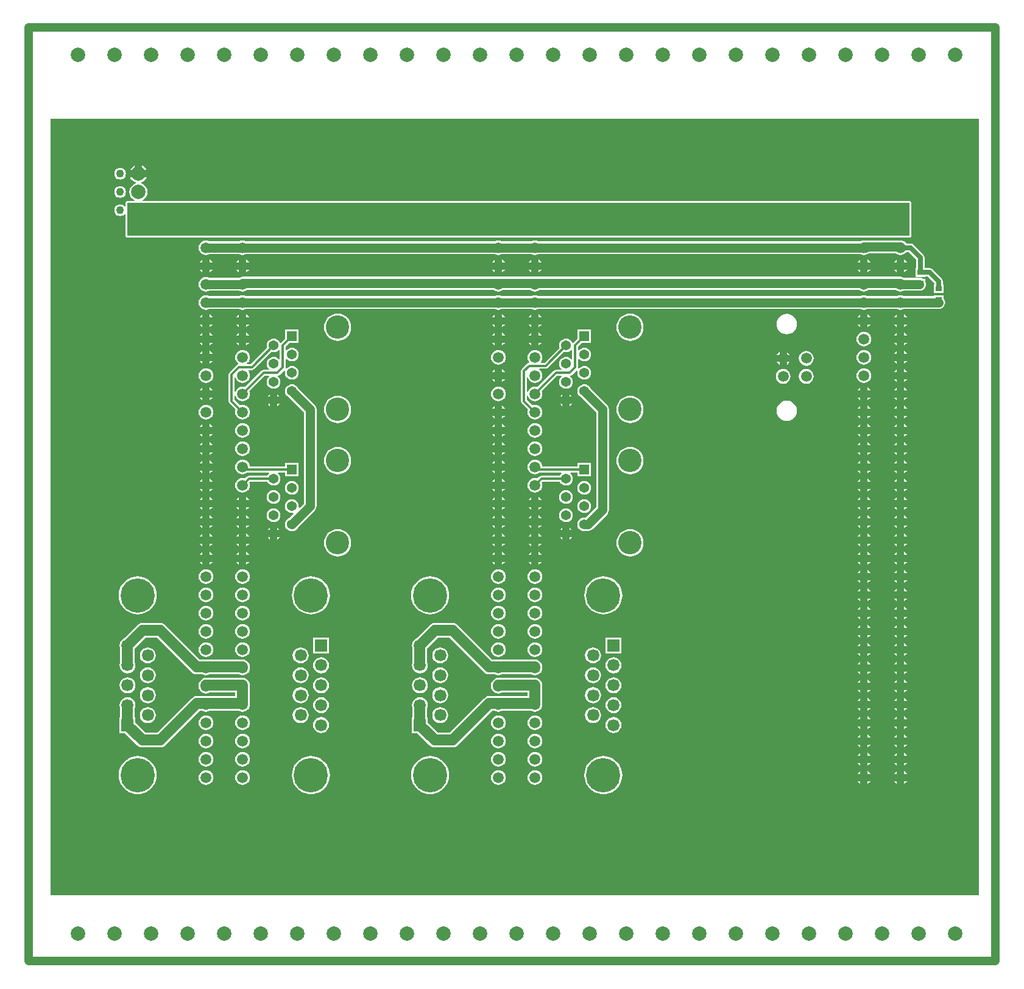
<source format=gbl>
G04 Layer_Physical_Order=2*
G04 Layer_Color=16711680*
%FSLAX42Y42*%
%MOMM*%
G71*
G01*
G75*
%ADD11C,0.64*%
%ADD12C,0.30*%
%ADD14C,1.27*%
%ADD15C,1.52*%
%ADD16C,1.20*%
%ADD17C,1.52*%
%ADD18C,2.00*%
%ADD19R,1.37X1.37*%
%ADD20C,1.37*%
%ADD21C,3.25*%
%ADD22C,4.76*%
%ADD23R,1.69X1.69*%
%ADD24C,1.69*%
%ADD25C,1.10*%
%ADD26R,0.90X0.70*%
G36*
X22682Y5055D02*
X9779D01*
Y15850D01*
X22682D01*
Y5055D01*
D02*
G37*
%LPC*%
G36*
X11048Y15203D02*
Y15138D01*
X11113D01*
X11108Y15151D01*
X11088Y15177D01*
X11062Y15197D01*
X11048Y15203D01*
D02*
G37*
G36*
X10948D02*
X10935Y15197D01*
X10909Y15177D01*
X10888Y15151D01*
X10883Y15138D01*
X10948D01*
Y15203D01*
D02*
G37*
G36*
X10744Y15169D02*
X10723Y15166D01*
X10704Y15158D01*
X10687Y15145D01*
X10674Y15128D01*
X10666Y15109D01*
X10663Y15088D01*
X10666Y15067D01*
X10674Y15047D01*
X10687Y15030D01*
X10704Y15017D01*
X10723Y15009D01*
X10744Y15006D01*
X10765Y15009D01*
X10785Y15017D01*
X10802Y15030D01*
X10815Y15047D01*
X10823Y15067D01*
X10825Y15088D01*
X10823Y15109D01*
X10815Y15128D01*
X10802Y15145D01*
X10785Y15158D01*
X10765Y15166D01*
X10744Y15169D01*
D02*
G37*
G36*
Y14915D02*
X10723Y14912D01*
X10704Y14904D01*
X10687Y14891D01*
X10674Y14874D01*
X10666Y14855D01*
X10663Y14834D01*
X10666Y14813D01*
X10674Y14793D01*
X10687Y14776D01*
X10704Y14763D01*
X10723Y14755D01*
X10744Y14752D01*
X10765Y14755D01*
X10785Y14763D01*
X10802Y14776D01*
X10815Y14793D01*
X10823Y14813D01*
X10825Y14834D01*
X10823Y14855D01*
X10815Y14874D01*
X10802Y14891D01*
X10785Y14904D01*
X10765Y14912D01*
X10744Y14915D01*
D02*
G37*
G36*
X11113Y15038D02*
X10998D01*
X10883D01*
X10888Y15024D01*
X10909Y14998D01*
X10935Y14978D01*
X10960Y14967D01*
Y14954D01*
X10935Y14943D01*
X10909Y14923D01*
X10888Y14897D01*
X10876Y14866D01*
X10872Y14834D01*
X10876Y14801D01*
X10888Y14770D01*
X10909Y14744D01*
X10935Y14724D01*
X10944Y14720D01*
X10942Y14707D01*
X10846D01*
X10836Y14705D01*
X10827Y14700D01*
X10822Y14691D01*
X10820Y14681D01*
Y14634D01*
X10807Y14630D01*
X10802Y14637D01*
X10785Y14650D01*
X10765Y14658D01*
X10744Y14661D01*
X10723Y14658D01*
X10704Y14650D01*
X10687Y14637D01*
X10674Y14620D01*
X10666Y14601D01*
X10663Y14580D01*
X10666Y14559D01*
X10674Y14539D01*
X10687Y14522D01*
X10704Y14509D01*
X10723Y14501D01*
X10744Y14498D01*
X10765Y14501D01*
X10785Y14509D01*
X10802Y14522D01*
X10807Y14529D01*
X10820Y14525D01*
Y14224D01*
X10822Y14214D01*
X10827Y14206D01*
X10836Y14200D01*
X10846Y14198D01*
X12548Y14198D01*
X21717Y14198D01*
X21727Y14200D01*
X21735Y14206D01*
X21741Y14214D01*
X21743Y14224D01*
X21743Y14681D01*
X21741Y14691D01*
X21735Y14700D01*
X21727Y14705D01*
X21717Y14707D01*
X11055Y14707D01*
X11052Y14720D01*
X11062Y14724D01*
X11088Y14744D01*
X11108Y14770D01*
X11121Y14801D01*
X11125Y14834D01*
X11121Y14866D01*
X11108Y14897D01*
X11088Y14923D01*
X11062Y14943D01*
X11036Y14954D01*
Y14967D01*
X11062Y14978D01*
X11088Y14998D01*
X11108Y15024D01*
X11113Y15038D01*
D02*
G37*
G36*
X21590Y14162D02*
X21589Y14161D01*
X21083D01*
X21082Y14162D01*
X21055Y14158D01*
X21033Y14149D01*
X16559D01*
X16537Y14158D01*
X16510Y14162D01*
X16483Y14158D01*
X16461Y14149D01*
X16051D01*
X16029Y14158D01*
X16002Y14162D01*
X15975Y14158D01*
X15953Y14149D01*
X12495D01*
X12473Y14158D01*
X12446Y14162D01*
X12419Y14158D01*
X12397Y14149D01*
X11987D01*
X11965Y14158D01*
X11938Y14162D01*
X11911Y14158D01*
X11887Y14148D01*
X11865Y14132D01*
X11849Y14110D01*
X11839Y14085D01*
X11835Y14059D01*
X11839Y14032D01*
X11849Y14008D01*
X11865Y13986D01*
X11887Y13970D01*
X11911Y13960D01*
X11938Y13956D01*
X11965Y13960D01*
X11987Y13969D01*
X12397D01*
X12419Y13960D01*
X12446Y13956D01*
X12473Y13960D01*
X12495Y13969D01*
X15953D01*
X15975Y13960D01*
X16002Y13956D01*
X16029Y13960D01*
X16051Y13969D01*
X16461D01*
X16483Y13960D01*
X16510Y13956D01*
X16537Y13960D01*
X16559Y13969D01*
X21033D01*
X21055Y13960D01*
X21082Y13956D01*
X21109Y13960D01*
X21133Y13970D01*
X21142Y13977D01*
X21152Y13981D01*
X21153Y13982D01*
X21523D01*
X21539Y13970D01*
X21563Y13960D01*
X21590Y13956D01*
X21617Y13960D01*
X21641Y13970D01*
X21663Y13986D01*
X21673Y14000D01*
X21705D01*
X21811Y13895D01*
Y13775D01*
X21799D01*
Y13654D01*
X21940D01*
Y13656D01*
X21973D01*
X22065Y13565D01*
Y13547D01*
X22053D01*
Y13426D01*
X22194D01*
Y13547D01*
X22182D01*
Y13589D01*
X22177Y13611D01*
X22165Y13630D01*
X22039Y13756D01*
X22020Y13769D01*
X21998Y13773D01*
X21940D01*
Y13775D01*
X21928D01*
Y13919D01*
X21923Y13942D01*
X21911Y13961D01*
X21771Y14100D01*
X21752Y14113D01*
X21730Y14117D01*
X21673D01*
X21663Y14132D01*
X21641Y14148D01*
X21617Y14158D01*
X21590Y14162D01*
D02*
G37*
G36*
X21640Y13894D02*
Y13855D01*
X21679D01*
X21679Y13856D01*
X21663Y13878D01*
X21641Y13894D01*
X21640Y13894D01*
D02*
G37*
G36*
X21132D02*
Y13855D01*
X21171D01*
X21171Y13856D01*
X21155Y13878D01*
X21133Y13894D01*
X21132Y13894D01*
D02*
G37*
G36*
X16560D02*
Y13855D01*
X16599D01*
X16599Y13856D01*
X16583Y13878D01*
X16561Y13894D01*
X16560Y13894D01*
D02*
G37*
G36*
X16052D02*
Y13855D01*
X16091D01*
X16091Y13856D01*
X16075Y13878D01*
X16053Y13894D01*
X16052Y13894D01*
D02*
G37*
G36*
X12496D02*
Y13855D01*
X12535D01*
X12535Y13856D01*
X12519Y13878D01*
X12497Y13894D01*
X12496Y13894D01*
D02*
G37*
G36*
X11988D02*
Y13855D01*
X12027D01*
X12027Y13856D01*
X12011Y13878D01*
X11989Y13894D01*
X11988Y13894D01*
D02*
G37*
G36*
X21540D02*
X21539Y13894D01*
X21517Y13878D01*
X21501Y13856D01*
X21501Y13855D01*
X21540D01*
Y13894D01*
D02*
G37*
G36*
X21032D02*
X21031Y13894D01*
X21009Y13878D01*
X20993Y13856D01*
X20993Y13855D01*
X21032D01*
Y13894D01*
D02*
G37*
G36*
X16460D02*
X16459Y13894D01*
X16437Y13878D01*
X16421Y13856D01*
X16421Y13855D01*
X16460D01*
Y13894D01*
D02*
G37*
G36*
X15952D02*
X15951Y13894D01*
X15929Y13878D01*
X15913Y13856D01*
X15913Y13855D01*
X15952D01*
Y13894D01*
D02*
G37*
G36*
X12396D02*
X12395Y13894D01*
X12373Y13878D01*
X12357Y13856D01*
X12357Y13855D01*
X12396D01*
Y13894D01*
D02*
G37*
G36*
X11888D02*
X11887Y13894D01*
X11865Y13878D01*
X11849Y13856D01*
X11849Y13855D01*
X11888D01*
Y13894D01*
D02*
G37*
G36*
X21679Y13755D02*
X21640D01*
Y13715D01*
X21641Y13716D01*
X21663Y13732D01*
X21679Y13754D01*
X21679Y13755D01*
D02*
G37*
G36*
X21171D02*
X21132D01*
Y13715D01*
X21133Y13716D01*
X21155Y13732D01*
X21171Y13754D01*
X21171Y13755D01*
D02*
G37*
G36*
X16599D02*
X16560D01*
Y13715D01*
X16561Y13716D01*
X16583Y13732D01*
X16599Y13754D01*
X16599Y13755D01*
D02*
G37*
G36*
X16091D02*
X16052D01*
Y13715D01*
X16053Y13716D01*
X16075Y13732D01*
X16091Y13754D01*
X16091Y13755D01*
D02*
G37*
G36*
X12535D02*
X12496D01*
Y13715D01*
X12497Y13716D01*
X12519Y13732D01*
X12535Y13754D01*
X12535Y13755D01*
D02*
G37*
G36*
X12027D02*
X11988D01*
Y13715D01*
X11989Y13716D01*
X12011Y13732D01*
X12027Y13754D01*
X12027Y13755D01*
D02*
G37*
G36*
X21540D02*
X21501D01*
X21501Y13754D01*
X21517Y13732D01*
X21539Y13716D01*
X21540Y13715D01*
Y13755D01*
D02*
G37*
G36*
X21032D02*
X20993D01*
X20993Y13754D01*
X21009Y13732D01*
X21031Y13716D01*
X21032Y13715D01*
Y13755D01*
D02*
G37*
G36*
X16460D02*
X16421D01*
X16421Y13754D01*
X16437Y13732D01*
X16459Y13716D01*
X16460Y13715D01*
Y13755D01*
D02*
G37*
G36*
X15952D02*
X15913D01*
X15913Y13754D01*
X15929Y13732D01*
X15951Y13716D01*
X15952Y13715D01*
Y13755D01*
D02*
G37*
G36*
X12396D02*
X12357D01*
X12357Y13754D01*
X12373Y13732D01*
X12395Y13716D01*
X12396Y13715D01*
Y13755D01*
D02*
G37*
G36*
X11888D02*
X11849D01*
X11849Y13754D01*
X11865Y13732D01*
X11887Y13716D01*
X11888Y13715D01*
Y13755D01*
D02*
G37*
G36*
X21590Y13656D02*
X12448D01*
X12425Y13652D01*
X12403Y13643D01*
X12403Y13643D01*
X12397Y13641D01*
X11987D01*
X11965Y13650D01*
X11938Y13654D01*
X11911Y13650D01*
X11887Y13640D01*
X11865Y13624D01*
X11849Y13602D01*
X11839Y13577D01*
X11835Y13551D01*
X11839Y13524D01*
X11849Y13500D01*
X11865Y13478D01*
X11887Y13462D01*
X11911Y13452D01*
X11938Y13448D01*
X11965Y13452D01*
X11987Y13461D01*
X12397D01*
X12419Y13452D01*
X12446Y13448D01*
X12473Y13452D01*
X12497Y13462D01*
X12515Y13476D01*
X15933D01*
X15951Y13462D01*
X15975Y13452D01*
X16002Y13448D01*
X16029Y13452D01*
X16053Y13462D01*
X16071Y13476D01*
X16441D01*
X16459Y13462D01*
X16483Y13452D01*
X16510Y13448D01*
X16537Y13452D01*
X16561Y13462D01*
X16579Y13476D01*
X21013D01*
X21031Y13462D01*
X21055Y13452D01*
X21082Y13448D01*
X21109Y13452D01*
X21133Y13462D01*
X21151Y13476D01*
X21521D01*
X21539Y13462D01*
X21563Y13452D01*
X21590Y13448D01*
X21617Y13452D01*
X21639Y13461D01*
X21855D01*
X21879Y13464D01*
X21900Y13473D01*
X21919Y13487D01*
X21932Y13504D01*
X21940D01*
Y13522D01*
X21942Y13528D01*
X21945Y13551D01*
X21942Y13574D01*
X21940Y13580D01*
Y13625D01*
X21905D01*
X21900Y13629D01*
X21879Y13638D01*
X21855Y13641D01*
X21639D01*
X21638Y13641D01*
X21635Y13643D01*
X21613Y13652D01*
X21590Y13656D01*
D02*
G37*
G36*
Y13400D02*
X21563Y13396D01*
X21541Y13387D01*
X21131D01*
X21109Y13396D01*
X21082Y13400D01*
X21055Y13396D01*
X21033Y13387D01*
X16559D01*
X16537Y13396D01*
X16510Y13400D01*
X16483Y13396D01*
X16461Y13387D01*
X16051D01*
X16029Y13396D01*
X16002Y13400D01*
X15975Y13396D01*
X15953Y13387D01*
X12495D01*
X12473Y13396D01*
X12446Y13400D01*
X12419Y13396D01*
X12397Y13387D01*
X11987D01*
X11965Y13396D01*
X11938Y13400D01*
X11911Y13396D01*
X11887Y13386D01*
X11865Y13370D01*
X11849Y13348D01*
X11839Y13323D01*
X11835Y13297D01*
X11839Y13270D01*
X11849Y13246D01*
X11865Y13224D01*
X11887Y13208D01*
X11911Y13198D01*
X11938Y13194D01*
X11965Y13198D01*
X11987Y13207D01*
X12397D01*
X12419Y13198D01*
X12446Y13194D01*
X12473Y13198D01*
X12495Y13207D01*
X15953D01*
X15975Y13198D01*
X16002Y13194D01*
X16029Y13198D01*
X16051Y13207D01*
X16461D01*
X16483Y13198D01*
X16510Y13194D01*
X16537Y13198D01*
X16559Y13207D01*
X21033D01*
X21055Y13198D01*
X21082Y13194D01*
X21109Y13198D01*
X21131Y13207D01*
X21541D01*
X21563Y13198D01*
X21590Y13194D01*
X21617Y13198D01*
X21639Y13207D01*
X22123D01*
X22147Y13210D01*
X22168Y13219D01*
X22187Y13233D01*
X22201Y13252D01*
X22210Y13274D01*
X22213Y13297D01*
X22210Y13320D01*
X22201Y13342D01*
X22194Y13351D01*
Y13397D01*
X22053D01*
Y13387D01*
X21639D01*
X21617Y13396D01*
X21590Y13400D01*
D02*
G37*
G36*
X21640Y13132D02*
Y13093D01*
X21679D01*
X21679Y13094D01*
X21663Y13116D01*
X21641Y13132D01*
X21640Y13132D01*
D02*
G37*
G36*
X21132D02*
Y13093D01*
X21171D01*
X21171Y13094D01*
X21155Y13116D01*
X21133Y13132D01*
X21132Y13132D01*
D02*
G37*
G36*
X16560D02*
Y13093D01*
X16599D01*
X16599Y13094D01*
X16583Y13116D01*
X16561Y13132D01*
X16560Y13132D01*
D02*
G37*
G36*
X16052D02*
Y13093D01*
X16091D01*
X16091Y13094D01*
X16075Y13116D01*
X16053Y13132D01*
X16052Y13132D01*
D02*
G37*
G36*
X12496D02*
Y13093D01*
X12535D01*
X12535Y13094D01*
X12519Y13116D01*
X12497Y13132D01*
X12496Y13132D01*
D02*
G37*
G36*
X11988D02*
Y13093D01*
X12027D01*
X12027Y13094D01*
X12011Y13116D01*
X11989Y13132D01*
X11988Y13132D01*
D02*
G37*
G36*
X21540D02*
X21539Y13132D01*
X21517Y13116D01*
X21501Y13094D01*
X21501Y13093D01*
X21540D01*
Y13132D01*
D02*
G37*
G36*
X21032D02*
X21031Y13132D01*
X21009Y13116D01*
X20993Y13094D01*
X20993Y13093D01*
X21032D01*
Y13132D01*
D02*
G37*
G36*
X16460D02*
X16459Y13132D01*
X16437Y13116D01*
X16421Y13094D01*
X16421Y13093D01*
X16460D01*
Y13132D01*
D02*
G37*
G36*
X15952D02*
X15951Y13132D01*
X15929Y13116D01*
X15913Y13094D01*
X15913Y13093D01*
X15952D01*
Y13132D01*
D02*
G37*
G36*
X12396D02*
X12395Y13132D01*
X12373Y13116D01*
X12357Y13094D01*
X12357Y13093D01*
X12396D01*
Y13132D01*
D02*
G37*
G36*
X11888D02*
X11887Y13132D01*
X11865Y13116D01*
X11849Y13094D01*
X11849Y13093D01*
X11888D01*
Y13132D01*
D02*
G37*
G36*
X16599Y12993D02*
X16560D01*
Y12953D01*
X16561Y12954D01*
X16583Y12970D01*
X16599Y12992D01*
X16599Y12993D01*
D02*
G37*
G36*
X16091D02*
X16052D01*
Y12953D01*
X16053Y12954D01*
X16075Y12970D01*
X16091Y12992D01*
X16091Y12993D01*
D02*
G37*
G36*
X12535D02*
X12496D01*
Y12953D01*
X12497Y12954D01*
X12519Y12970D01*
X12535Y12992D01*
X12535Y12993D01*
D02*
G37*
G36*
X12027D02*
X11988D01*
Y12953D01*
X11989Y12954D01*
X12011Y12970D01*
X12027Y12992D01*
X12027Y12993D01*
D02*
G37*
G36*
X21679D02*
X21640D01*
Y12953D01*
X21641Y12954D01*
X21663Y12970D01*
X21679Y12992D01*
X21679Y12993D01*
D02*
G37*
G36*
X21171D02*
X21132D01*
Y12953D01*
X21133Y12954D01*
X21155Y12970D01*
X21171Y12992D01*
X21171Y12993D01*
D02*
G37*
G36*
X16460D02*
X16421D01*
X16421Y12992D01*
X16437Y12970D01*
X16459Y12954D01*
X16460Y12953D01*
Y12993D01*
D02*
G37*
G36*
X15952D02*
X15913D01*
X15913Y12992D01*
X15929Y12970D01*
X15951Y12954D01*
X15952Y12953D01*
Y12993D01*
D02*
G37*
G36*
X12396D02*
X12357D01*
X12357Y12992D01*
X12373Y12970D01*
X12395Y12954D01*
X12396Y12953D01*
Y12993D01*
D02*
G37*
G36*
X11888D02*
X11849D01*
X11849Y12992D01*
X11865Y12970D01*
X11887Y12954D01*
X11888Y12953D01*
Y12993D01*
D02*
G37*
G36*
X21540D02*
X21501D01*
X21501Y12992D01*
X21517Y12970D01*
X21539Y12954D01*
X21540Y12953D01*
Y12993D01*
D02*
G37*
G36*
X21032D02*
X20993D01*
X20993Y12992D01*
X21009Y12970D01*
X21031Y12954D01*
X21032Y12953D01*
Y12993D01*
D02*
G37*
G36*
X20011Y13139D02*
X19974Y13134D01*
X19940Y13120D01*
X19910Y13097D01*
X19888Y13068D01*
X19874Y13034D01*
X19869Y12997D01*
X19874Y12960D01*
X19888Y12926D01*
X19910Y12897D01*
X19940Y12874D01*
X19974Y12860D01*
X20011Y12855D01*
X20047Y12860D01*
X20082Y12874D01*
X20111Y12897D01*
X20134Y12926D01*
X20148Y12960D01*
X20153Y12997D01*
X20148Y13034D01*
X20134Y13068D01*
X20111Y13097D01*
X20082Y13120D01*
X20047Y13134D01*
X20011Y13139D01*
D02*
G37*
G36*
X21640Y12878D02*
Y12839D01*
X21679D01*
X21679Y12840D01*
X21663Y12862D01*
X21641Y12878D01*
X21640Y12878D01*
D02*
G37*
G36*
X16560D02*
Y12839D01*
X16599D01*
X16599Y12840D01*
X16583Y12862D01*
X16561Y12878D01*
X16560Y12878D01*
D02*
G37*
G36*
X16052D02*
Y12839D01*
X16091D01*
X16091Y12840D01*
X16075Y12862D01*
X16053Y12878D01*
X16052Y12878D01*
D02*
G37*
G36*
X12496D02*
Y12839D01*
X12535D01*
X12535Y12840D01*
X12519Y12862D01*
X12497Y12878D01*
X12496Y12878D01*
D02*
G37*
G36*
X11988D02*
Y12839D01*
X12027D01*
X12027Y12840D01*
X12011Y12862D01*
X11989Y12878D01*
X11988Y12878D01*
D02*
G37*
G36*
X21540D02*
X21539Y12878D01*
X21517Y12862D01*
X21501Y12840D01*
X21501Y12839D01*
X21540D01*
Y12878D01*
D02*
G37*
G36*
X16460D02*
X16459Y12878D01*
X16437Y12862D01*
X16421Y12840D01*
X16421Y12839D01*
X16460D01*
Y12878D01*
D02*
G37*
G36*
X15952D02*
X15951Y12878D01*
X15929Y12862D01*
X15913Y12840D01*
X15913Y12839D01*
X15952D01*
Y12878D01*
D02*
G37*
G36*
X12396D02*
X12395Y12878D01*
X12373Y12862D01*
X12357Y12840D01*
X12357Y12839D01*
X12396D01*
Y12878D01*
D02*
G37*
G36*
X11888D02*
X11887Y12878D01*
X11865Y12862D01*
X11849Y12840D01*
X11849Y12839D01*
X11888D01*
Y12878D01*
D02*
G37*
G36*
X17831Y13143D02*
X17794Y13139D01*
X17758Y13129D01*
X17726Y13111D01*
X17697Y13088D01*
X17674Y13059D01*
X17656Y13026D01*
X17645Y12991D01*
X17642Y12954D01*
X17645Y12917D01*
X17656Y12882D01*
X17674Y12849D01*
X17697Y12820D01*
X17726Y12797D01*
X17758Y12779D01*
X17794Y12769D01*
X17831Y12765D01*
X17868Y12769D01*
X17903Y12779D01*
X17936Y12797D01*
X17964Y12820D01*
X17988Y12849D01*
X18005Y12882D01*
X18016Y12917D01*
X18020Y12954D01*
X18016Y12991D01*
X18005Y13026D01*
X17988Y13059D01*
X17964Y13088D01*
X17936Y13111D01*
X17903Y13129D01*
X17868Y13139D01*
X17831Y13143D01*
D02*
G37*
G36*
X13767D02*
X13730Y13139D01*
X13694Y13129D01*
X13662Y13111D01*
X13633Y13088D01*
X13610Y13059D01*
X13592Y13026D01*
X13581Y12991D01*
X13578Y12954D01*
X13581Y12917D01*
X13592Y12882D01*
X13610Y12849D01*
X13633Y12820D01*
X13662Y12797D01*
X13694Y12779D01*
X13730Y12769D01*
X13767Y12765D01*
X13804Y12769D01*
X13839Y12779D01*
X13872Y12797D01*
X13900Y12820D01*
X13924Y12849D01*
X13941Y12882D01*
X13952Y12917D01*
X13956Y12954D01*
X13952Y12991D01*
X13941Y13026D01*
X13924Y13059D01*
X13900Y13088D01*
X13872Y13111D01*
X13839Y13129D01*
X13804Y13139D01*
X13767Y13143D01*
D02*
G37*
G36*
X17290Y12921D02*
X17102D01*
Y12792D01*
X17044Y12734D01*
X17030Y12735D01*
X17029Y12736D01*
X17024Y12747D01*
X17009Y12767D01*
X16989Y12782D01*
X16966Y12792D01*
X16942Y12795D01*
X16917Y12792D01*
X16894Y12782D01*
X16875Y12767D01*
X16860Y12747D01*
X16850Y12725D01*
X16847Y12700D01*
X16850Y12675D01*
X16852Y12670D01*
X16642Y12460D01*
X16596D01*
X16590Y12472D01*
X16599Y12484D01*
X16609Y12508D01*
X16613Y12535D01*
X16609Y12561D01*
X16599Y12586D01*
X16583Y12608D01*
X16561Y12624D01*
X16537Y12634D01*
X16510Y12638D01*
X16483Y12634D01*
X16459Y12624D01*
X16437Y12608D01*
X16421Y12586D01*
X16411Y12561D01*
X16407Y12535D01*
X16411Y12508D01*
X16421Y12484D01*
X16430Y12472D01*
X16430Y12471D01*
X16425Y12458D01*
X16415Y12456D01*
X16402Y12447D01*
X16328Y12374D01*
X16319Y12360D01*
X16316Y12344D01*
Y11925D01*
X16319Y11909D01*
X16328Y11896D01*
X16415Y11809D01*
X16411Y11799D01*
X16407Y11773D01*
X16411Y11746D01*
X16421Y11722D01*
X16437Y11700D01*
X16459Y11684D01*
X16483Y11674D01*
X16510Y11670D01*
X16537Y11674D01*
X16561Y11684D01*
X16583Y11700D01*
X16599Y11722D01*
X16609Y11746D01*
X16613Y11773D01*
X16609Y11799D01*
X16599Y11824D01*
X16583Y11846D01*
X16561Y11862D01*
X16537Y11872D01*
X16510Y11876D01*
X16483Y11872D01*
X16474Y11868D01*
X16399Y11943D01*
Y11995D01*
X16412Y11998D01*
X16421Y11976D01*
X16437Y11954D01*
X16459Y11938D01*
X16483Y11928D01*
X16510Y11924D01*
X16537Y11928D01*
X16561Y11938D01*
X16583Y11954D01*
X16599Y11976D01*
X16609Y12000D01*
X16613Y12027D01*
X16609Y12053D01*
X16605Y12063D01*
X16819Y12277D01*
X16877D01*
X16882Y12265D01*
X16875Y12259D01*
X16860Y12239D01*
X16850Y12217D01*
X16847Y12192D01*
X16850Y12167D01*
X16860Y12145D01*
X16875Y12125D01*
X16894Y12110D01*
X16917Y12100D01*
X16942Y12097D01*
X16966Y12100D01*
X16989Y12110D01*
X17009Y12125D01*
X17024Y12145D01*
X17034Y12167D01*
X17037Y12192D01*
X17034Y12217D01*
X17024Y12239D01*
X17009Y12259D01*
X17000Y12266D01*
X17003Y12279D01*
X17009Y12281D01*
X17022Y12290D01*
X17098Y12366D01*
X17101Y12371D01*
X17113Y12365D01*
X17111Y12361D01*
X17104Y12344D01*
X17101Y12319D01*
X17104Y12294D01*
X17114Y12272D01*
X17129Y12252D01*
X17148Y12237D01*
X17171Y12227D01*
X17196Y12224D01*
X17220Y12227D01*
X17243Y12237D01*
X17263Y12252D01*
X17278Y12272D01*
X17288Y12294D01*
X17291Y12319D01*
X17288Y12344D01*
X17278Y12366D01*
X17263Y12386D01*
X17243Y12401D01*
X17220Y12411D01*
X17196Y12414D01*
X17171Y12411D01*
X17148Y12401D01*
X17129Y12386D01*
X17120Y12375D01*
X17117Y12371D01*
X17107Y12378D01*
X17107Y12379D01*
X17108Y12382D01*
X17110Y12395D01*
Y12509D01*
X17123Y12513D01*
X17129Y12506D01*
X17148Y12491D01*
X17171Y12481D01*
X17196Y12478D01*
X17220Y12481D01*
X17243Y12491D01*
X17263Y12506D01*
X17278Y12526D01*
X17288Y12548D01*
X17291Y12573D01*
X17288Y12598D01*
X17278Y12620D01*
X17263Y12640D01*
X17243Y12655D01*
X17220Y12665D01*
X17196Y12668D01*
X17171Y12665D01*
X17148Y12655D01*
X17129Y12640D01*
X17123Y12633D01*
X17110Y12637D01*
Y12683D01*
X17161Y12733D01*
X17290D01*
Y12921D01*
D02*
G37*
G36*
X13226D02*
X13038D01*
Y12792D01*
X12980Y12734D01*
X12966Y12735D01*
X12965Y12736D01*
X12960Y12747D01*
X12945Y12767D01*
X12925Y12782D01*
X12902Y12792D01*
X12878Y12795D01*
X12853Y12792D01*
X12830Y12782D01*
X12811Y12767D01*
X12796Y12747D01*
X12786Y12725D01*
X12783Y12700D01*
X12786Y12675D01*
X12788Y12670D01*
X12558Y12440D01*
X12510D01*
X12506Y12452D01*
X12519Y12462D01*
X12535Y12484D01*
X12545Y12508D01*
X12549Y12535D01*
X12545Y12561D01*
X12535Y12586D01*
X12519Y12608D01*
X12497Y12624D01*
X12473Y12634D01*
X12446Y12638D01*
X12419Y12634D01*
X12395Y12624D01*
X12373Y12608D01*
X12357Y12586D01*
X12347Y12561D01*
X12343Y12535D01*
X12347Y12508D01*
X12357Y12484D01*
X12373Y12462D01*
X12388Y12451D01*
X12385Y12437D01*
X12382Y12436D01*
X12368Y12427D01*
X12264Y12323D01*
X12255Y12310D01*
X12252Y12294D01*
Y11925D01*
X12255Y11909D01*
X12264Y11896D01*
X12351Y11809D01*
X12347Y11799D01*
X12343Y11773D01*
X12347Y11746D01*
X12357Y11722D01*
X12373Y11700D01*
X12395Y11684D01*
X12419Y11674D01*
X12446Y11670D01*
X12473Y11674D01*
X12497Y11684D01*
X12519Y11700D01*
X12535Y11722D01*
X12545Y11746D01*
X12549Y11773D01*
X12545Y11799D01*
X12535Y11824D01*
X12519Y11846D01*
X12497Y11862D01*
X12473Y11872D01*
X12446Y11876D01*
X12419Y11872D01*
X12410Y11868D01*
X12335Y11943D01*
Y11995D01*
X12348Y11998D01*
X12357Y11976D01*
X12373Y11954D01*
X12395Y11938D01*
X12419Y11928D01*
X12446Y11924D01*
X12473Y11928D01*
X12497Y11938D01*
X12519Y11954D01*
X12535Y11976D01*
X12545Y12000D01*
X12549Y12027D01*
X12545Y12053D01*
X12541Y12063D01*
X12755Y12277D01*
X12813D01*
X12818Y12265D01*
X12811Y12259D01*
X12796Y12239D01*
X12786Y12217D01*
X12783Y12192D01*
X12786Y12167D01*
X12796Y12145D01*
X12811Y12125D01*
X12830Y12110D01*
X12853Y12100D01*
X12878Y12097D01*
X12902Y12100D01*
X12925Y12110D01*
X12945Y12125D01*
X12960Y12145D01*
X12970Y12167D01*
X12973Y12192D01*
X12970Y12217D01*
X12960Y12239D01*
X12945Y12259D01*
X12936Y12266D01*
X12939Y12279D01*
X12945Y12281D01*
X12958Y12290D01*
X13034Y12366D01*
X13037Y12371D01*
X13049Y12365D01*
X13047Y12361D01*
X13040Y12344D01*
X13037Y12319D01*
X13040Y12294D01*
X13050Y12272D01*
X13065Y12252D01*
X13084Y12237D01*
X13107Y12227D01*
X13132Y12224D01*
X13156Y12227D01*
X13179Y12237D01*
X13199Y12252D01*
X13214Y12272D01*
X13224Y12294D01*
X13227Y12319D01*
X13224Y12344D01*
X13214Y12366D01*
X13199Y12386D01*
X13179Y12401D01*
X13156Y12411D01*
X13132Y12414D01*
X13107Y12411D01*
X13084Y12401D01*
X13065Y12386D01*
X13056Y12375D01*
X13053Y12371D01*
X13043Y12378D01*
X13043Y12379D01*
X13044Y12382D01*
X13046Y12395D01*
Y12509D01*
X13059Y12513D01*
X13065Y12506D01*
X13084Y12491D01*
X13107Y12481D01*
X13132Y12478D01*
X13156Y12481D01*
X13179Y12491D01*
X13199Y12506D01*
X13214Y12526D01*
X13224Y12548D01*
X13227Y12573D01*
X13224Y12598D01*
X13214Y12620D01*
X13199Y12640D01*
X13179Y12655D01*
X13156Y12665D01*
X13132Y12668D01*
X13107Y12665D01*
X13084Y12655D01*
X13065Y12640D01*
X13059Y12633D01*
X13046Y12637D01*
Y12683D01*
X13097Y12733D01*
X13226D01*
Y12921D01*
D02*
G37*
G36*
X21679Y12739D02*
X21640D01*
Y12699D01*
X21641Y12700D01*
X21663Y12716D01*
X21679Y12738D01*
X21679Y12739D01*
D02*
G37*
G36*
X16599D02*
X16560D01*
Y12699D01*
X16561Y12700D01*
X16583Y12716D01*
X16599Y12738D01*
X16599Y12739D01*
D02*
G37*
G36*
X16091D02*
X16052D01*
Y12699D01*
X16053Y12700D01*
X16075Y12716D01*
X16091Y12738D01*
X16091Y12739D01*
D02*
G37*
G36*
X12535D02*
X12496D01*
Y12699D01*
X12497Y12700D01*
X12519Y12716D01*
X12535Y12738D01*
X12535Y12739D01*
D02*
G37*
G36*
X12027D02*
X11988D01*
Y12699D01*
X11989Y12700D01*
X12011Y12716D01*
X12027Y12738D01*
X12027Y12739D01*
D02*
G37*
G36*
X21540D02*
X21501D01*
X21501Y12738D01*
X21517Y12716D01*
X21539Y12700D01*
X21540Y12699D01*
Y12739D01*
D02*
G37*
G36*
X16460D02*
X16421D01*
X16421Y12738D01*
X16437Y12716D01*
X16459Y12700D01*
X16460Y12699D01*
Y12739D01*
D02*
G37*
G36*
X15952D02*
X15913D01*
X15913Y12738D01*
X15929Y12716D01*
X15951Y12700D01*
X15952Y12699D01*
Y12739D01*
D02*
G37*
G36*
X12396D02*
X12357D01*
X12357Y12738D01*
X12373Y12716D01*
X12395Y12700D01*
X12396Y12699D01*
Y12739D01*
D02*
G37*
G36*
X11888D02*
X11849D01*
X11849Y12738D01*
X11865Y12716D01*
X11887Y12700D01*
X11888Y12699D01*
Y12739D01*
D02*
G37*
G36*
X21082Y12892D02*
X21055Y12888D01*
X21031Y12878D01*
X21009Y12862D01*
X20993Y12840D01*
X20983Y12815D01*
X20979Y12789D01*
X20983Y12762D01*
X20993Y12738D01*
X21009Y12716D01*
X21031Y12700D01*
X21055Y12690D01*
X21082Y12686D01*
X21109Y12690D01*
X21133Y12700D01*
X21155Y12716D01*
X21171Y12738D01*
X21181Y12762D01*
X21185Y12789D01*
X21181Y12815D01*
X21171Y12840D01*
X21155Y12862D01*
X21133Y12878D01*
X21109Y12888D01*
X21082Y12892D01*
D02*
G37*
G36*
X21640Y12624D02*
Y12585D01*
X21679D01*
X21679Y12586D01*
X21663Y12608D01*
X21641Y12624D01*
X21640Y12624D01*
D02*
G37*
G36*
X11988D02*
Y12585D01*
X12027D01*
X12027Y12586D01*
X12011Y12608D01*
X11989Y12624D01*
X11988Y12624D01*
D02*
G37*
G36*
X21540D02*
X21539Y12624D01*
X21517Y12608D01*
X21501Y12586D01*
X21501Y12585D01*
X21540D01*
Y12624D01*
D02*
G37*
G36*
X11888D02*
X11887Y12624D01*
X11865Y12608D01*
X11849Y12586D01*
X11849Y12585D01*
X11888D01*
Y12624D01*
D02*
G37*
G36*
X20010Y12610D02*
Y12570D01*
X20050D01*
X20049Y12572D01*
X20033Y12593D01*
X20012Y12609D01*
X20010Y12610D01*
D02*
G37*
G36*
X19910Y12610D02*
X19909Y12609D01*
X19888Y12593D01*
X19871Y12572D01*
X19871Y12570D01*
X19910D01*
Y12610D01*
D02*
G37*
G36*
X12027Y12485D02*
X11988D01*
Y12445D01*
X11989Y12446D01*
X12011Y12462D01*
X12027Y12484D01*
X12027Y12485D01*
D02*
G37*
G36*
X21679D02*
X21640D01*
Y12445D01*
X21641Y12446D01*
X21663Y12462D01*
X21679Y12484D01*
X21679Y12485D01*
D02*
G37*
G36*
X21540D02*
X21501D01*
X21501Y12484D01*
X21517Y12462D01*
X21539Y12446D01*
X21540Y12445D01*
Y12485D01*
D02*
G37*
G36*
X11888D02*
X11849D01*
X11849Y12484D01*
X11865Y12462D01*
X11887Y12446D01*
X11888Y12445D01*
Y12485D01*
D02*
G37*
G36*
X21082Y12638D02*
X21055Y12634D01*
X21031Y12624D01*
X21009Y12608D01*
X20993Y12586D01*
X20983Y12561D01*
X20979Y12535D01*
X20983Y12508D01*
X20993Y12484D01*
X21009Y12462D01*
X21031Y12446D01*
X21055Y12436D01*
X21082Y12432D01*
X21109Y12436D01*
X21133Y12446D01*
X21155Y12462D01*
X21171Y12484D01*
X21181Y12508D01*
X21185Y12535D01*
X21181Y12561D01*
X21171Y12586D01*
X21155Y12608D01*
X21133Y12624D01*
X21109Y12634D01*
X21082Y12638D01*
D02*
G37*
G36*
X16002D02*
X15975Y12634D01*
X15951Y12624D01*
X15929Y12608D01*
X15913Y12586D01*
X15903Y12561D01*
X15899Y12535D01*
X15903Y12508D01*
X15913Y12484D01*
X15929Y12462D01*
X15951Y12446D01*
X15975Y12436D01*
X16002Y12432D01*
X16029Y12436D01*
X16053Y12446D01*
X16075Y12462D01*
X16091Y12484D01*
X16101Y12508D01*
X16105Y12535D01*
X16101Y12561D01*
X16091Y12586D01*
X16075Y12608D01*
X16053Y12624D01*
X16029Y12634D01*
X16002Y12638D01*
D02*
G37*
G36*
X20050Y12470D02*
X20010D01*
Y12431D01*
X20012Y12431D01*
X20033Y12448D01*
X20049Y12469D01*
X20050Y12470D01*
D02*
G37*
G36*
X19910D02*
X19871D01*
X19871Y12469D01*
X19888Y12448D01*
X19909Y12431D01*
X19910Y12431D01*
Y12470D01*
D02*
G37*
G36*
X20281Y12623D02*
X20255Y12619D01*
X20230Y12609D01*
X20209Y12593D01*
X20192Y12572D01*
X20182Y12547D01*
X20179Y12520D01*
X20182Y12494D01*
X20192Y12469D01*
X20209Y12448D01*
X20230Y12431D01*
X20255Y12421D01*
X20281Y12418D01*
X20308Y12421D01*
X20333Y12431D01*
X20354Y12448D01*
X20370Y12469D01*
X20380Y12494D01*
X20384Y12520D01*
X20380Y12547D01*
X20370Y12572D01*
X20354Y12593D01*
X20333Y12609D01*
X20308Y12619D01*
X20281Y12623D01*
D02*
G37*
G36*
X21640Y12370D02*
Y12331D01*
X21679D01*
X21679Y12332D01*
X21663Y12354D01*
X21641Y12370D01*
X21640Y12370D01*
D02*
G37*
G36*
X16052D02*
Y12331D01*
X16091D01*
X16091Y12332D01*
X16075Y12354D01*
X16053Y12370D01*
X16052Y12370D01*
D02*
G37*
G36*
X21540D02*
X21539Y12370D01*
X21517Y12354D01*
X21501Y12332D01*
X21501Y12331D01*
X21540D01*
Y12370D01*
D02*
G37*
G36*
X15952D02*
X15951Y12370D01*
X15929Y12354D01*
X15913Y12332D01*
X15913Y12331D01*
X15952D01*
Y12370D01*
D02*
G37*
G36*
X21679Y12231D02*
X21640D01*
Y12191D01*
X21641Y12192D01*
X21663Y12208D01*
X21679Y12230D01*
X21679Y12231D01*
D02*
G37*
G36*
X16091D02*
X16052D01*
Y12191D01*
X16053Y12192D01*
X16075Y12208D01*
X16091Y12230D01*
X16091Y12231D01*
D02*
G37*
G36*
X21540D02*
X21501D01*
X21501Y12230D01*
X21517Y12208D01*
X21539Y12192D01*
X21540Y12191D01*
Y12231D01*
D02*
G37*
G36*
X15952D02*
X15913D01*
X15913Y12230D01*
X15929Y12208D01*
X15951Y12192D01*
X15952Y12191D01*
Y12231D01*
D02*
G37*
G36*
X21082Y12384D02*
X21055Y12380D01*
X21031Y12370D01*
X21009Y12354D01*
X20993Y12332D01*
X20983Y12307D01*
X20979Y12281D01*
X20983Y12254D01*
X20993Y12230D01*
X21009Y12208D01*
X21031Y12192D01*
X21055Y12182D01*
X21082Y12178D01*
X21109Y12182D01*
X21133Y12192D01*
X21155Y12208D01*
X21171Y12230D01*
X21181Y12254D01*
X21185Y12281D01*
X21181Y12307D01*
X21171Y12332D01*
X21155Y12354D01*
X21133Y12370D01*
X21109Y12380D01*
X21082Y12384D01*
D02*
G37*
G36*
X11938D02*
X11911Y12380D01*
X11887Y12370D01*
X11865Y12354D01*
X11849Y12332D01*
X11839Y12307D01*
X11835Y12281D01*
X11839Y12254D01*
X11849Y12230D01*
X11865Y12208D01*
X11887Y12192D01*
X11911Y12182D01*
X11938Y12178D01*
X11965Y12182D01*
X11989Y12192D01*
X12011Y12208D01*
X12027Y12230D01*
X12037Y12254D01*
X12041Y12281D01*
X12037Y12307D01*
X12027Y12332D01*
X12011Y12354D01*
X11989Y12370D01*
X11965Y12380D01*
X11938Y12384D01*
D02*
G37*
G36*
X20281Y12373D02*
X20255Y12369D01*
X20230Y12359D01*
X20209Y12343D01*
X20192Y12322D01*
X20182Y12297D01*
X20179Y12270D01*
X20182Y12244D01*
X20192Y12219D01*
X20209Y12198D01*
X20230Y12181D01*
X20255Y12171D01*
X20281Y12168D01*
X20308Y12171D01*
X20333Y12181D01*
X20354Y12198D01*
X20370Y12219D01*
X20380Y12244D01*
X20384Y12270D01*
X20380Y12297D01*
X20370Y12322D01*
X20354Y12343D01*
X20333Y12359D01*
X20308Y12369D01*
X20281Y12373D01*
D02*
G37*
G36*
X19960D02*
X19934Y12369D01*
X19909Y12359D01*
X19888Y12343D01*
X19871Y12322D01*
X19861Y12297D01*
X19858Y12270D01*
X19861Y12244D01*
X19871Y12219D01*
X19888Y12198D01*
X19909Y12181D01*
X19934Y12171D01*
X19960Y12168D01*
X19987Y12171D01*
X20012Y12181D01*
X20033Y12198D01*
X20049Y12219D01*
X20059Y12244D01*
X20063Y12270D01*
X20059Y12297D01*
X20049Y12322D01*
X20033Y12343D01*
X20012Y12359D01*
X19987Y12369D01*
X19960Y12373D01*
D02*
G37*
G36*
X21640Y12116D02*
Y12077D01*
X21679D01*
X21679Y12078D01*
X21663Y12100D01*
X21641Y12116D01*
X21640Y12116D01*
D02*
G37*
G36*
X21132D02*
Y12077D01*
X21171D01*
X21171Y12078D01*
X21155Y12100D01*
X21133Y12116D01*
X21132Y12116D01*
D02*
G37*
G36*
X11988D02*
Y12077D01*
X12027D01*
X12027Y12078D01*
X12011Y12100D01*
X11989Y12116D01*
X11988Y12116D01*
D02*
G37*
G36*
X21540D02*
X21539Y12116D01*
X21517Y12100D01*
X21501Y12078D01*
X21501Y12077D01*
X21540D01*
Y12116D01*
D02*
G37*
G36*
X21032D02*
X21031Y12116D01*
X21009Y12100D01*
X20993Y12078D01*
X20993Y12077D01*
X21032D01*
Y12116D01*
D02*
G37*
G36*
X11888D02*
X11887Y12116D01*
X11865Y12100D01*
X11849Y12078D01*
X11849Y12077D01*
X11888D01*
Y12116D01*
D02*
G37*
G36*
X16992Y12018D02*
Y11988D01*
X17022D01*
X17009Y12005D01*
X16992Y12018D01*
D02*
G37*
G36*
X12928D02*
Y11988D01*
X12958D01*
X12945Y12005D01*
X12928Y12018D01*
D02*
G37*
G36*
X16892D02*
X16875Y12005D01*
X16861Y11988D01*
X16892D01*
Y12018D01*
D02*
G37*
G36*
X12828D02*
X12811Y12005D01*
X12797Y11988D01*
X12828D01*
Y12018D01*
D02*
G37*
G36*
X12027Y11977D02*
X11988D01*
Y11937D01*
X11989Y11938D01*
X12011Y11954D01*
X12027Y11976D01*
X12027Y11977D01*
D02*
G37*
G36*
X21679D02*
X21640D01*
Y11937D01*
X21641Y11938D01*
X21663Y11954D01*
X21679Y11976D01*
X21679Y11977D01*
D02*
G37*
G36*
X21171D02*
X21132D01*
Y11937D01*
X21133Y11938D01*
X21155Y11954D01*
X21171Y11976D01*
X21171Y11977D01*
D02*
G37*
G36*
X21540D02*
X21501D01*
X21501Y11976D01*
X21517Y11954D01*
X21539Y11938D01*
X21540Y11937D01*
Y11977D01*
D02*
G37*
G36*
X21032D02*
X20993D01*
X20993Y11976D01*
X21009Y11954D01*
X21031Y11938D01*
X21032Y11937D01*
Y11977D01*
D02*
G37*
G36*
X11888D02*
X11849D01*
X11849Y11976D01*
X11865Y11954D01*
X11887Y11938D01*
X11888Y11937D01*
Y11977D01*
D02*
G37*
G36*
X16002Y12130D02*
X15975Y12126D01*
X15951Y12116D01*
X15929Y12100D01*
X15913Y12078D01*
X15903Y12053D01*
X15899Y12027D01*
X15903Y12000D01*
X15913Y11976D01*
X15929Y11954D01*
X15951Y11938D01*
X15975Y11928D01*
X16002Y11924D01*
X16029Y11928D01*
X16053Y11938D01*
X16075Y11954D01*
X16091Y11976D01*
X16101Y12000D01*
X16105Y12027D01*
X16101Y12053D01*
X16091Y12078D01*
X16075Y12100D01*
X16053Y12116D01*
X16029Y12126D01*
X16002Y12130D01*
D02*
G37*
G36*
X17022Y11888D02*
X16992D01*
Y11858D01*
X17009Y11871D01*
X17022Y11888D01*
D02*
G37*
G36*
X12958D02*
X12928D01*
Y11858D01*
X12945Y11871D01*
X12958Y11888D01*
D02*
G37*
G36*
X16892D02*
X16861D01*
X16875Y11871D01*
X16892Y11858D01*
Y11888D01*
D02*
G37*
G36*
X12828D02*
X12797D01*
X12811Y11871D01*
X12828Y11858D01*
Y11888D01*
D02*
G37*
G36*
X21640Y11862D02*
Y11823D01*
X21679D01*
X21679Y11824D01*
X21663Y11846D01*
X21641Y11862D01*
X21640Y11862D01*
D02*
G37*
G36*
X21132D02*
Y11823D01*
X21171D01*
X21171Y11824D01*
X21155Y11846D01*
X21133Y11862D01*
X21132Y11862D01*
D02*
G37*
G36*
X16052D02*
Y11823D01*
X16091D01*
X16091Y11824D01*
X16075Y11846D01*
X16053Y11862D01*
X16052Y11862D01*
D02*
G37*
G36*
X21540D02*
X21539Y11862D01*
X21517Y11846D01*
X21501Y11824D01*
X21501Y11823D01*
X21540D01*
Y11862D01*
D02*
G37*
G36*
X21032D02*
X21031Y11862D01*
X21009Y11846D01*
X20993Y11824D01*
X20993Y11823D01*
X21032D01*
Y11862D01*
D02*
G37*
G36*
X15952D02*
X15951Y11862D01*
X15929Y11846D01*
X15913Y11824D01*
X15913Y11823D01*
X15952D01*
Y11862D01*
D02*
G37*
G36*
X16091Y11723D02*
X16052D01*
Y11683D01*
X16053Y11684D01*
X16075Y11700D01*
X16091Y11722D01*
X16091Y11723D01*
D02*
G37*
G36*
X21679D02*
X21640D01*
Y11683D01*
X21641Y11684D01*
X21663Y11700D01*
X21679Y11722D01*
X21679Y11723D01*
D02*
G37*
G36*
X21171D02*
X21132D01*
Y11683D01*
X21133Y11684D01*
X21155Y11700D01*
X21171Y11722D01*
X21171Y11723D01*
D02*
G37*
G36*
X15952D02*
X15913D01*
X15913Y11722D01*
X15929Y11700D01*
X15951Y11684D01*
X15952Y11683D01*
Y11723D01*
D02*
G37*
G36*
X21540D02*
X21501D01*
X21501Y11722D01*
X21517Y11700D01*
X21539Y11684D01*
X21540Y11683D01*
Y11723D01*
D02*
G37*
G36*
X21032D02*
X20993D01*
X20993Y11722D01*
X21009Y11700D01*
X21031Y11684D01*
X21032Y11683D01*
Y11723D01*
D02*
G37*
G36*
X11938Y11876D02*
X11911Y11872D01*
X11887Y11862D01*
X11865Y11846D01*
X11849Y11824D01*
X11839Y11799D01*
X11835Y11773D01*
X11839Y11746D01*
X11849Y11722D01*
X11865Y11700D01*
X11887Y11684D01*
X11911Y11674D01*
X11938Y11670D01*
X11965Y11674D01*
X11989Y11684D01*
X12011Y11700D01*
X12027Y11722D01*
X12037Y11746D01*
X12041Y11773D01*
X12037Y11799D01*
X12027Y11824D01*
X12011Y11846D01*
X11989Y11862D01*
X11965Y11872D01*
X11938Y11876D01*
D02*
G37*
G36*
X20011Y11935D02*
X19974Y11930D01*
X19940Y11916D01*
X19910Y11893D01*
X19888Y11864D01*
X19874Y11830D01*
X19869Y11793D01*
X19874Y11756D01*
X19888Y11722D01*
X19910Y11693D01*
X19940Y11670D01*
X19974Y11656D01*
X20011Y11651D01*
X20047Y11656D01*
X20082Y11670D01*
X20111Y11693D01*
X20134Y11722D01*
X20148Y11756D01*
X20153Y11793D01*
X20148Y11830D01*
X20134Y11864D01*
X20111Y11893D01*
X20082Y11916D01*
X20047Y11930D01*
X20011Y11935D01*
D02*
G37*
G36*
X17831Y12000D02*
X17794Y11996D01*
X17758Y11986D01*
X17726Y11968D01*
X17697Y11945D01*
X17674Y11916D01*
X17656Y11883D01*
X17645Y11848D01*
X17642Y11811D01*
X17645Y11774D01*
X17656Y11739D01*
X17674Y11706D01*
X17697Y11677D01*
X17726Y11654D01*
X17758Y11636D01*
X17794Y11626D01*
X17831Y11622D01*
X17868Y11626D01*
X17903Y11636D01*
X17936Y11654D01*
X17964Y11677D01*
X17988Y11706D01*
X18005Y11739D01*
X18016Y11774D01*
X18020Y11811D01*
X18016Y11848D01*
X18005Y11883D01*
X17988Y11916D01*
X17964Y11945D01*
X17936Y11968D01*
X17903Y11986D01*
X17868Y11996D01*
X17831Y12000D01*
D02*
G37*
G36*
X13767D02*
X13730Y11996D01*
X13694Y11986D01*
X13662Y11968D01*
X13633Y11945D01*
X13610Y11916D01*
X13592Y11883D01*
X13581Y11848D01*
X13578Y11811D01*
X13581Y11774D01*
X13592Y11739D01*
X13610Y11706D01*
X13633Y11677D01*
X13662Y11654D01*
X13694Y11636D01*
X13730Y11626D01*
X13767Y11622D01*
X13804Y11626D01*
X13839Y11636D01*
X13872Y11654D01*
X13900Y11677D01*
X13924Y11706D01*
X13941Y11739D01*
X13952Y11774D01*
X13956Y11811D01*
X13952Y11848D01*
X13941Y11883D01*
X13924Y11916D01*
X13900Y11945D01*
X13872Y11968D01*
X13839Y11986D01*
X13804Y11996D01*
X13767Y12000D01*
D02*
G37*
G36*
X16052Y11608D02*
Y11569D01*
X16091D01*
X16091Y11570D01*
X16075Y11592D01*
X16053Y11608D01*
X16052Y11608D01*
D02*
G37*
G36*
X11988D02*
Y11569D01*
X12027D01*
X12027Y11570D01*
X12011Y11592D01*
X11989Y11608D01*
X11988Y11608D01*
D02*
G37*
G36*
X21640D02*
Y11569D01*
X21679D01*
X21679Y11570D01*
X21663Y11592D01*
X21641Y11608D01*
X21640Y11608D01*
D02*
G37*
G36*
X21132D02*
Y11569D01*
X21171D01*
X21171Y11570D01*
X21155Y11592D01*
X21133Y11608D01*
X21132Y11608D01*
D02*
G37*
G36*
X15952D02*
X15951Y11608D01*
X15929Y11592D01*
X15913Y11570D01*
X15913Y11569D01*
X15952D01*
Y11608D01*
D02*
G37*
G36*
X11888D02*
X11887Y11608D01*
X11865Y11592D01*
X11849Y11570D01*
X11849Y11569D01*
X11888D01*
Y11608D01*
D02*
G37*
G36*
X21540D02*
X21539Y11608D01*
X21517Y11592D01*
X21501Y11570D01*
X21501Y11569D01*
X21540D01*
Y11608D01*
D02*
G37*
G36*
X21032D02*
X21031Y11608D01*
X21009Y11592D01*
X20993Y11570D01*
X20993Y11569D01*
X21032D01*
Y11608D01*
D02*
G37*
G36*
X21679Y11469D02*
X21640D01*
Y11429D01*
X21641Y11430D01*
X21663Y11446D01*
X21679Y11468D01*
X21679Y11469D01*
D02*
G37*
G36*
X21171D02*
X21132D01*
Y11429D01*
X21133Y11430D01*
X21155Y11446D01*
X21171Y11468D01*
X21171Y11469D01*
D02*
G37*
G36*
X16091D02*
X16052D01*
Y11429D01*
X16053Y11430D01*
X16075Y11446D01*
X16091Y11468D01*
X16091Y11469D01*
D02*
G37*
G36*
X12027D02*
X11988D01*
Y11429D01*
X11989Y11430D01*
X12011Y11446D01*
X12027Y11468D01*
X12027Y11469D01*
D02*
G37*
G36*
X21540D02*
X21501D01*
X21501Y11468D01*
X21517Y11446D01*
X21539Y11430D01*
X21540Y11429D01*
Y11469D01*
D02*
G37*
G36*
X21032D02*
X20993D01*
X20993Y11468D01*
X21009Y11446D01*
X21031Y11430D01*
X21032Y11429D01*
Y11469D01*
D02*
G37*
G36*
X15952D02*
X15913D01*
X15913Y11468D01*
X15929Y11446D01*
X15951Y11430D01*
X15952Y11429D01*
Y11469D01*
D02*
G37*
G36*
X11888D02*
X11849D01*
X11849Y11468D01*
X11865Y11446D01*
X11887Y11430D01*
X11888Y11429D01*
Y11469D01*
D02*
G37*
G36*
X16510Y11622D02*
X16483Y11618D01*
X16459Y11608D01*
X16437Y11592D01*
X16421Y11570D01*
X16411Y11545D01*
X16407Y11519D01*
X16411Y11492D01*
X16421Y11468D01*
X16437Y11446D01*
X16459Y11430D01*
X16483Y11420D01*
X16510Y11416D01*
X16537Y11420D01*
X16561Y11430D01*
X16583Y11446D01*
X16599Y11468D01*
X16609Y11492D01*
X16613Y11519D01*
X16609Y11545D01*
X16599Y11570D01*
X16583Y11592D01*
X16561Y11608D01*
X16537Y11618D01*
X16510Y11622D01*
D02*
G37*
G36*
X12446D02*
X12419Y11618D01*
X12395Y11608D01*
X12373Y11592D01*
X12357Y11570D01*
X12347Y11545D01*
X12343Y11519D01*
X12347Y11492D01*
X12357Y11468D01*
X12373Y11446D01*
X12395Y11430D01*
X12419Y11420D01*
X12446Y11416D01*
X12473Y11420D01*
X12497Y11430D01*
X12519Y11446D01*
X12535Y11468D01*
X12545Y11492D01*
X12549Y11519D01*
X12545Y11545D01*
X12535Y11570D01*
X12519Y11592D01*
X12497Y11608D01*
X12473Y11618D01*
X12446Y11622D01*
D02*
G37*
G36*
X21640Y11354D02*
Y11315D01*
X21679D01*
X21679Y11316D01*
X21663Y11338D01*
X21641Y11354D01*
X21640Y11354D01*
D02*
G37*
G36*
X21132D02*
Y11315D01*
X21171D01*
X21171Y11316D01*
X21155Y11338D01*
X21133Y11354D01*
X21132Y11354D01*
D02*
G37*
G36*
X16052D02*
Y11315D01*
X16091D01*
X16091Y11316D01*
X16075Y11338D01*
X16053Y11354D01*
X16052Y11354D01*
D02*
G37*
G36*
X11988D02*
Y11315D01*
X12027D01*
X12027Y11316D01*
X12011Y11338D01*
X11989Y11354D01*
X11988Y11354D01*
D02*
G37*
G36*
X21540D02*
X21539Y11354D01*
X21517Y11338D01*
X21501Y11316D01*
X21501Y11315D01*
X21540D01*
Y11354D01*
D02*
G37*
G36*
X21032D02*
X21031Y11354D01*
X21009Y11338D01*
X20993Y11316D01*
X20993Y11315D01*
X21032D01*
Y11354D01*
D02*
G37*
G36*
X15952D02*
X15951Y11354D01*
X15929Y11338D01*
X15913Y11316D01*
X15913Y11315D01*
X15952D01*
Y11354D01*
D02*
G37*
G36*
X11888D02*
X11887Y11354D01*
X11865Y11338D01*
X11849Y11316D01*
X11849Y11315D01*
X11888D01*
Y11354D01*
D02*
G37*
G36*
X21679Y11215D02*
X21640D01*
Y11175D01*
X21641Y11176D01*
X21663Y11192D01*
X21679Y11214D01*
X21679Y11215D01*
D02*
G37*
G36*
X21171D02*
X21132D01*
Y11175D01*
X21133Y11176D01*
X21155Y11192D01*
X21171Y11214D01*
X21171Y11215D01*
D02*
G37*
G36*
X16091D02*
X16052D01*
Y11175D01*
X16053Y11176D01*
X16075Y11192D01*
X16091Y11214D01*
X16091Y11215D01*
D02*
G37*
G36*
X12027D02*
X11988D01*
Y11175D01*
X11989Y11176D01*
X12011Y11192D01*
X12027Y11214D01*
X12027Y11215D01*
D02*
G37*
G36*
X21540D02*
X21501D01*
X21501Y11214D01*
X21517Y11192D01*
X21539Y11176D01*
X21540Y11175D01*
Y11215D01*
D02*
G37*
G36*
X21032D02*
X20993D01*
X20993Y11214D01*
X21009Y11192D01*
X21031Y11176D01*
X21032Y11175D01*
Y11215D01*
D02*
G37*
G36*
X15952D02*
X15913D01*
X15913Y11214D01*
X15929Y11192D01*
X15951Y11176D01*
X15952Y11175D01*
Y11215D01*
D02*
G37*
G36*
X11888D02*
X11849D01*
X11849Y11214D01*
X11865Y11192D01*
X11887Y11176D01*
X11888Y11175D01*
Y11215D01*
D02*
G37*
G36*
X16510Y11368D02*
X16483Y11364D01*
X16459Y11354D01*
X16437Y11338D01*
X16421Y11316D01*
X16411Y11291D01*
X16407Y11265D01*
X16411Y11238D01*
X16421Y11214D01*
X16437Y11192D01*
X16459Y11176D01*
X16483Y11166D01*
X16510Y11162D01*
X16537Y11166D01*
X16561Y11176D01*
X16583Y11192D01*
X16599Y11214D01*
X16609Y11238D01*
X16613Y11265D01*
X16609Y11291D01*
X16599Y11316D01*
X16583Y11338D01*
X16561Y11354D01*
X16537Y11364D01*
X16510Y11368D01*
D02*
G37*
G36*
X12446D02*
X12419Y11364D01*
X12395Y11354D01*
X12373Y11338D01*
X12357Y11316D01*
X12347Y11291D01*
X12343Y11265D01*
X12347Y11238D01*
X12357Y11214D01*
X12373Y11192D01*
X12395Y11176D01*
X12419Y11166D01*
X12446Y11162D01*
X12473Y11166D01*
X12497Y11176D01*
X12519Y11192D01*
X12535Y11214D01*
X12545Y11238D01*
X12549Y11265D01*
X12545Y11291D01*
X12535Y11316D01*
X12519Y11338D01*
X12497Y11354D01*
X12473Y11364D01*
X12446Y11368D01*
D02*
G37*
G36*
X21640Y11100D02*
Y11061D01*
X21679D01*
X21679Y11062D01*
X21663Y11084D01*
X21641Y11100D01*
X21640Y11100D01*
D02*
G37*
G36*
X21132D02*
Y11061D01*
X21171D01*
X21171Y11062D01*
X21155Y11084D01*
X21133Y11100D01*
X21132Y11100D01*
D02*
G37*
G36*
X16052D02*
Y11061D01*
X16091D01*
X16091Y11062D01*
X16075Y11084D01*
X16053Y11100D01*
X16052Y11100D01*
D02*
G37*
G36*
X11988D02*
Y11061D01*
X12027D01*
X12027Y11062D01*
X12011Y11084D01*
X11989Y11100D01*
X11988Y11100D01*
D02*
G37*
G36*
X21540D02*
X21539Y11100D01*
X21517Y11084D01*
X21501Y11062D01*
X21501Y11061D01*
X21540D01*
Y11100D01*
D02*
G37*
G36*
X21032D02*
X21031Y11100D01*
X21009Y11084D01*
X20993Y11062D01*
X20993Y11061D01*
X21032D01*
Y11100D01*
D02*
G37*
G36*
X15952D02*
X15951Y11100D01*
X15929Y11084D01*
X15913Y11062D01*
X15913Y11061D01*
X15952D01*
Y11100D01*
D02*
G37*
G36*
X11888D02*
X11887Y11100D01*
X11865Y11084D01*
X11849Y11062D01*
X11849Y11061D01*
X11888D01*
Y11100D01*
D02*
G37*
G36*
X21679Y10961D02*
X21640D01*
Y10921D01*
X21641Y10922D01*
X21663Y10938D01*
X21679Y10960D01*
X21679Y10961D01*
D02*
G37*
G36*
X21171D02*
X21132D01*
Y10921D01*
X21133Y10922D01*
X21155Y10938D01*
X21171Y10960D01*
X21171Y10961D01*
D02*
G37*
G36*
X16091D02*
X16052D01*
Y10921D01*
X16053Y10922D01*
X16075Y10938D01*
X16091Y10960D01*
X16091Y10961D01*
D02*
G37*
G36*
X12027D02*
X11988D01*
Y10921D01*
X11989Y10922D01*
X12011Y10938D01*
X12027Y10960D01*
X12027Y10961D01*
D02*
G37*
G36*
X21540D02*
X21501D01*
X21501Y10960D01*
X21517Y10938D01*
X21539Y10922D01*
X21540Y10921D01*
Y10961D01*
D02*
G37*
G36*
X21032D02*
X20993D01*
X20993Y10960D01*
X21009Y10938D01*
X21031Y10922D01*
X21032Y10921D01*
Y10961D01*
D02*
G37*
G36*
X15952D02*
X15913D01*
X15913Y10960D01*
X15929Y10938D01*
X15951Y10922D01*
X15952Y10921D01*
Y10961D01*
D02*
G37*
G36*
X11888D02*
X11849D01*
X11849Y10960D01*
X11865Y10938D01*
X11887Y10922D01*
X11888Y10921D01*
Y10961D01*
D02*
G37*
G36*
X17831Y11289D02*
X17794Y11285D01*
X17758Y11274D01*
X17726Y11257D01*
X17697Y11233D01*
X17674Y11205D01*
X17656Y11172D01*
X17645Y11137D01*
X17642Y11100D01*
X17645Y11063D01*
X17656Y11027D01*
X17674Y10995D01*
X17697Y10966D01*
X17726Y10943D01*
X17758Y10925D01*
X17794Y10914D01*
X17831Y10911D01*
X17868Y10914D01*
X17903Y10925D01*
X17936Y10943D01*
X17964Y10966D01*
X17988Y10995D01*
X18005Y11027D01*
X18016Y11063D01*
X18020Y11100D01*
X18016Y11137D01*
X18005Y11172D01*
X17988Y11205D01*
X17964Y11233D01*
X17936Y11257D01*
X17903Y11274D01*
X17868Y11285D01*
X17831Y11289D01*
D02*
G37*
G36*
X13767D02*
X13730Y11285D01*
X13694Y11274D01*
X13662Y11257D01*
X13633Y11233D01*
X13610Y11205D01*
X13592Y11172D01*
X13581Y11137D01*
X13578Y11100D01*
X13581Y11063D01*
X13592Y11027D01*
X13610Y10995D01*
X13633Y10966D01*
X13662Y10943D01*
X13694Y10925D01*
X13730Y10914D01*
X13767Y10911D01*
X13804Y10914D01*
X13839Y10925D01*
X13872Y10943D01*
X13900Y10966D01*
X13924Y10995D01*
X13941Y11027D01*
X13952Y11063D01*
X13956Y11100D01*
X13952Y11137D01*
X13941Y11172D01*
X13924Y11205D01*
X13900Y11233D01*
X13872Y11257D01*
X13839Y11274D01*
X13804Y11285D01*
X13767Y11289D01*
D02*
G37*
G36*
X16510Y11114D02*
X16483Y11110D01*
X16459Y11100D01*
X16437Y11084D01*
X16421Y11062D01*
X16411Y11037D01*
X16407Y11011D01*
X16411Y10984D01*
X16421Y10960D01*
X16437Y10938D01*
X16459Y10922D01*
X16483Y10912D01*
X16510Y10908D01*
X16537Y10912D01*
X16561Y10922D01*
X16573Y10931D01*
X16877D01*
X16882Y10918D01*
X16875Y10913D01*
X16860Y10893D01*
X16857Y10887D01*
X16599D01*
X16583Y10884D01*
X16569Y10875D01*
X16546Y10852D01*
X16537Y10856D01*
X16510Y10860D01*
X16483Y10856D01*
X16459Y10846D01*
X16437Y10830D01*
X16421Y10808D01*
X16411Y10783D01*
X16407Y10757D01*
X16411Y10730D01*
X16421Y10706D01*
X16437Y10684D01*
X16459Y10668D01*
X16483Y10658D01*
X16510Y10654D01*
X16537Y10658D01*
X16561Y10668D01*
X16583Y10684D01*
X16599Y10706D01*
X16609Y10730D01*
X16613Y10757D01*
X16609Y10783D01*
X16605Y10793D01*
X16616Y10804D01*
X16857D01*
X16860Y10798D01*
X16875Y10779D01*
X16894Y10764D01*
X16917Y10754D01*
X16942Y10751D01*
X16966Y10754D01*
X16989Y10764D01*
X17009Y10779D01*
X17024Y10798D01*
X17034Y10821D01*
X17037Y10846D01*
X17034Y10870D01*
X17024Y10893D01*
X17009Y10913D01*
X17002Y10918D01*
X17006Y10931D01*
X17102D01*
Y10879D01*
X17290D01*
Y11067D01*
X17102D01*
Y11014D01*
X16612D01*
X16609Y11037D01*
X16599Y11062D01*
X16583Y11084D01*
X16561Y11100D01*
X16537Y11110D01*
X16510Y11114D01*
D02*
G37*
G36*
X12446D02*
X12419Y11110D01*
X12395Y11100D01*
X12373Y11084D01*
X12357Y11062D01*
X12347Y11037D01*
X12343Y11011D01*
X12347Y10984D01*
X12357Y10960D01*
X12373Y10938D01*
X12395Y10922D01*
X12419Y10912D01*
X12446Y10908D01*
X12473Y10912D01*
X12497Y10922D01*
X12509Y10931D01*
X12813D01*
X12818Y10918D01*
X12811Y10913D01*
X12796Y10893D01*
X12793Y10887D01*
X12535D01*
X12519Y10884D01*
X12505Y10875D01*
X12482Y10852D01*
X12473Y10856D01*
X12446Y10860D01*
X12419Y10856D01*
X12395Y10846D01*
X12373Y10830D01*
X12357Y10808D01*
X12347Y10783D01*
X12343Y10757D01*
X12347Y10730D01*
X12357Y10706D01*
X12373Y10684D01*
X12395Y10668D01*
X12419Y10658D01*
X12446Y10654D01*
X12473Y10658D01*
X12497Y10668D01*
X12519Y10684D01*
X12535Y10706D01*
X12545Y10730D01*
X12549Y10757D01*
X12545Y10783D01*
X12541Y10793D01*
X12552Y10804D01*
X12793D01*
X12796Y10798D01*
X12811Y10779D01*
X12830Y10764D01*
X12853Y10754D01*
X12878Y10751D01*
X12902Y10754D01*
X12925Y10764D01*
X12945Y10779D01*
X12960Y10798D01*
X12970Y10821D01*
X12973Y10846D01*
X12970Y10870D01*
X12960Y10893D01*
X12945Y10913D01*
X12938Y10918D01*
X12942Y10931D01*
X13038D01*
Y10879D01*
X13226D01*
Y11067D01*
X13038D01*
Y11014D01*
X12548D01*
X12545Y11037D01*
X12535Y11062D01*
X12519Y11084D01*
X12497Y11100D01*
X12473Y11110D01*
X12446Y11114D01*
D02*
G37*
G36*
X21640Y10846D02*
Y10807D01*
X21679D01*
X21679Y10808D01*
X21663Y10830D01*
X21641Y10846D01*
X21640Y10846D01*
D02*
G37*
G36*
X21132D02*
Y10807D01*
X21171D01*
X21171Y10808D01*
X21155Y10830D01*
X21133Y10846D01*
X21132Y10846D01*
D02*
G37*
G36*
X16052D02*
Y10807D01*
X16091D01*
X16091Y10808D01*
X16075Y10830D01*
X16053Y10846D01*
X16052Y10846D01*
D02*
G37*
G36*
X11988D02*
Y10807D01*
X12027D01*
X12027Y10808D01*
X12011Y10830D01*
X11989Y10846D01*
X11988Y10846D01*
D02*
G37*
G36*
X21540D02*
X21539Y10846D01*
X21517Y10830D01*
X21501Y10808D01*
X21501Y10807D01*
X21540D01*
Y10846D01*
D02*
G37*
G36*
X21032D02*
X21031Y10846D01*
X21009Y10830D01*
X20993Y10808D01*
X20993Y10807D01*
X21032D01*
Y10846D01*
D02*
G37*
G36*
X15952D02*
X15951Y10846D01*
X15929Y10830D01*
X15913Y10808D01*
X15913Y10807D01*
X15952D01*
Y10846D01*
D02*
G37*
G36*
X11888D02*
X11887Y10846D01*
X11865Y10830D01*
X11849Y10808D01*
X11849Y10807D01*
X11888D01*
Y10846D01*
D02*
G37*
G36*
X16091Y10707D02*
X16052D01*
Y10667D01*
X16053Y10668D01*
X16075Y10684D01*
X16091Y10706D01*
X16091Y10707D01*
D02*
G37*
G36*
X12027D02*
X11988D01*
Y10667D01*
X11989Y10668D01*
X12011Y10684D01*
X12027Y10706D01*
X12027Y10707D01*
D02*
G37*
G36*
X21679D02*
X21640D01*
Y10667D01*
X21641Y10668D01*
X21663Y10684D01*
X21679Y10706D01*
X21679Y10707D01*
D02*
G37*
G36*
X21171D02*
X21132D01*
Y10667D01*
X21133Y10668D01*
X21155Y10684D01*
X21171Y10706D01*
X21171Y10707D01*
D02*
G37*
G36*
X15952D02*
X15913D01*
X15913Y10706D01*
X15929Y10684D01*
X15951Y10668D01*
X15952Y10667D01*
Y10707D01*
D02*
G37*
G36*
X11888D02*
X11849D01*
X11849Y10706D01*
X11865Y10684D01*
X11887Y10668D01*
X11888Y10667D01*
Y10707D01*
D02*
G37*
G36*
X21540D02*
X21501D01*
X21501Y10706D01*
X21517Y10684D01*
X21539Y10668D01*
X21540Y10667D01*
Y10707D01*
D02*
G37*
G36*
X21032D02*
X20993D01*
X20993Y10706D01*
X21009Y10684D01*
X21031Y10668D01*
X21032Y10667D01*
Y10707D01*
D02*
G37*
G36*
X17196Y10814D02*
X17171Y10811D01*
X17148Y10801D01*
X17129Y10786D01*
X17114Y10766D01*
X17104Y10743D01*
X17101Y10719D01*
X17104Y10694D01*
X17114Y10671D01*
X17129Y10652D01*
X17148Y10637D01*
X17171Y10627D01*
X17196Y10624D01*
X17220Y10627D01*
X17243Y10637D01*
X17263Y10652D01*
X17278Y10671D01*
X17288Y10694D01*
X17291Y10719D01*
X17288Y10743D01*
X17278Y10766D01*
X17263Y10786D01*
X17243Y10801D01*
X17220Y10811D01*
X17196Y10814D01*
D02*
G37*
G36*
X13132D02*
X13107Y10811D01*
X13084Y10801D01*
X13065Y10786D01*
X13050Y10766D01*
X13040Y10743D01*
X13037Y10719D01*
X13040Y10694D01*
X13050Y10671D01*
X13065Y10652D01*
X13084Y10637D01*
X13107Y10627D01*
X13132Y10624D01*
X13156Y10627D01*
X13179Y10637D01*
X13199Y10652D01*
X13214Y10671D01*
X13224Y10694D01*
X13227Y10719D01*
X13224Y10743D01*
X13214Y10766D01*
X13199Y10786D01*
X13179Y10801D01*
X13156Y10811D01*
X13132Y10814D01*
D02*
G37*
G36*
X21640Y10592D02*
Y10553D01*
X21679D01*
X21679Y10554D01*
X21663Y10576D01*
X21641Y10592D01*
X21640Y10592D01*
D02*
G37*
G36*
X21132D02*
Y10553D01*
X21171D01*
X21171Y10554D01*
X21155Y10576D01*
X21133Y10592D01*
X21132Y10592D01*
D02*
G37*
G36*
X16560D02*
Y10553D01*
X16599D01*
X16599Y10554D01*
X16583Y10576D01*
X16561Y10592D01*
X16560Y10592D01*
D02*
G37*
G36*
X16052D02*
Y10553D01*
X16091D01*
X16091Y10554D01*
X16075Y10576D01*
X16053Y10592D01*
X16052Y10592D01*
D02*
G37*
G36*
X12496D02*
Y10553D01*
X12535D01*
X12535Y10554D01*
X12519Y10576D01*
X12497Y10592D01*
X12496Y10592D01*
D02*
G37*
G36*
X11988D02*
Y10553D01*
X12027D01*
X12027Y10554D01*
X12011Y10576D01*
X11989Y10592D01*
X11988Y10592D01*
D02*
G37*
G36*
X21540D02*
X21539Y10592D01*
X21517Y10576D01*
X21501Y10554D01*
X21501Y10553D01*
X21540D01*
Y10592D01*
D02*
G37*
G36*
X21032D02*
X21031Y10592D01*
X21009Y10576D01*
X20993Y10554D01*
X20993Y10553D01*
X21032D01*
Y10592D01*
D02*
G37*
G36*
X16460D02*
X16459Y10592D01*
X16437Y10576D01*
X16421Y10554D01*
X16421Y10553D01*
X16460D01*
Y10592D01*
D02*
G37*
G36*
X15952D02*
X15951Y10592D01*
X15929Y10576D01*
X15913Y10554D01*
X15913Y10553D01*
X15952D01*
Y10592D01*
D02*
G37*
G36*
X12396D02*
X12395Y10592D01*
X12373Y10576D01*
X12357Y10554D01*
X12357Y10553D01*
X12396D01*
Y10592D01*
D02*
G37*
G36*
X11888D02*
X11887Y10592D01*
X11865Y10576D01*
X11849Y10554D01*
X11849Y10553D01*
X11888D01*
Y10592D01*
D02*
G37*
G36*
X16942Y10687D02*
X16917Y10684D01*
X16894Y10674D01*
X16875Y10659D01*
X16860Y10639D01*
X16850Y10616D01*
X16847Y10592D01*
X16850Y10567D01*
X16860Y10544D01*
X16875Y10525D01*
X16894Y10510D01*
X16917Y10500D01*
X16942Y10497D01*
X16966Y10500D01*
X16989Y10510D01*
X17009Y10525D01*
X17024Y10544D01*
X17034Y10567D01*
X17037Y10592D01*
X17034Y10616D01*
X17024Y10639D01*
X17009Y10659D01*
X16989Y10674D01*
X16966Y10684D01*
X16942Y10687D01*
D02*
G37*
G36*
X12878D02*
X12853Y10684D01*
X12830Y10674D01*
X12811Y10659D01*
X12796Y10639D01*
X12786Y10616D01*
X12783Y10592D01*
X12786Y10567D01*
X12796Y10544D01*
X12811Y10525D01*
X12830Y10510D01*
X12853Y10500D01*
X12878Y10497D01*
X12902Y10500D01*
X12925Y10510D01*
X12945Y10525D01*
X12960Y10544D01*
X12970Y10567D01*
X12973Y10592D01*
X12970Y10616D01*
X12960Y10639D01*
X12945Y10659D01*
X12925Y10674D01*
X12902Y10684D01*
X12878Y10687D01*
D02*
G37*
G36*
X13132Y12160D02*
X13107Y12157D01*
X13084Y12147D01*
X13065Y12132D01*
X13050Y12112D01*
X13040Y12090D01*
X13037Y12065D01*
X13040Y12040D01*
X13050Y12018D01*
X13065Y11998D01*
X13084Y11983D01*
X13089Y11981D01*
X13296Y11774D01*
Y10502D01*
X13237Y10443D01*
X13225Y10449D01*
X13227Y10465D01*
X13224Y10489D01*
X13214Y10512D01*
X13199Y10532D01*
X13179Y10547D01*
X13156Y10557D01*
X13132Y10560D01*
X13107Y10557D01*
X13084Y10547D01*
X13065Y10532D01*
X13050Y10512D01*
X13040Y10489D01*
X13037Y10465D01*
X13040Y10440D01*
X13050Y10417D01*
X13065Y10398D01*
X13084Y10383D01*
X13107Y10373D01*
X13132Y10370D01*
X13148Y10372D01*
X13154Y10360D01*
X13089Y10295D01*
X13084Y10293D01*
X13065Y10278D01*
X13050Y10258D01*
X13040Y10235D01*
X13037Y10211D01*
X13040Y10186D01*
X13050Y10163D01*
X13065Y10144D01*
X13084Y10129D01*
X13107Y10119D01*
X13132Y10116D01*
X13156Y10119D01*
X13179Y10129D01*
X13199Y10144D01*
X13214Y10163D01*
X13216Y10168D01*
X13449Y10401D01*
X13464Y10420D01*
X13473Y10442D01*
X13476Y10465D01*
Y11811D01*
X13473Y11834D01*
X13464Y11856D01*
X13449Y11875D01*
X13216Y12108D01*
X13214Y12112D01*
X13199Y12132D01*
X13179Y12147D01*
X13156Y12157D01*
X13132Y12160D01*
D02*
G37*
G36*
X16599Y10453D02*
X16560D01*
Y10413D01*
X16561Y10414D01*
X16583Y10430D01*
X16599Y10452D01*
X16599Y10453D01*
D02*
G37*
G36*
X16091D02*
X16052D01*
Y10413D01*
X16053Y10414D01*
X16075Y10430D01*
X16091Y10452D01*
X16091Y10453D01*
D02*
G37*
G36*
X12535D02*
X12496D01*
Y10413D01*
X12497Y10414D01*
X12519Y10430D01*
X12535Y10452D01*
X12535Y10453D01*
D02*
G37*
G36*
X12027D02*
X11988D01*
Y10413D01*
X11989Y10414D01*
X12011Y10430D01*
X12027Y10452D01*
X12027Y10453D01*
D02*
G37*
G36*
X21679D02*
X21640D01*
Y10413D01*
X21641Y10414D01*
X21663Y10430D01*
X21679Y10452D01*
X21679Y10453D01*
D02*
G37*
G36*
X21171D02*
X21132D01*
Y10413D01*
X21133Y10414D01*
X21155Y10430D01*
X21171Y10452D01*
X21171Y10453D01*
D02*
G37*
G36*
X16460D02*
X16421D01*
X16421Y10452D01*
X16437Y10430D01*
X16459Y10414D01*
X16460Y10413D01*
Y10453D01*
D02*
G37*
G36*
X15952D02*
X15913D01*
X15913Y10452D01*
X15929Y10430D01*
X15951Y10414D01*
X15952Y10413D01*
Y10453D01*
D02*
G37*
G36*
X12396D02*
X12357D01*
X12357Y10452D01*
X12373Y10430D01*
X12395Y10414D01*
X12396Y10413D01*
Y10453D01*
D02*
G37*
G36*
X11888D02*
X11849D01*
X11849Y10452D01*
X11865Y10430D01*
X11887Y10414D01*
X11888Y10413D01*
Y10453D01*
D02*
G37*
G36*
X21540D02*
X21501D01*
X21501Y10452D01*
X21517Y10430D01*
X21539Y10414D01*
X21540Y10413D01*
Y10453D01*
D02*
G37*
G36*
X21032D02*
X20993D01*
X20993Y10452D01*
X21009Y10430D01*
X21031Y10414D01*
X21032Y10413D01*
Y10453D01*
D02*
G37*
G36*
X17196Y10560D02*
X17171Y10557D01*
X17148Y10547D01*
X17129Y10532D01*
X17114Y10512D01*
X17104Y10489D01*
X17101Y10465D01*
X17104Y10440D01*
X17114Y10417D01*
X17129Y10398D01*
X17148Y10383D01*
X17171Y10373D01*
X17196Y10370D01*
X17220Y10373D01*
X17243Y10383D01*
X17263Y10398D01*
X17278Y10417D01*
X17288Y10440D01*
X17291Y10465D01*
X17288Y10489D01*
X17278Y10512D01*
X17263Y10532D01*
X17243Y10547D01*
X17220Y10557D01*
X17196Y10560D01*
D02*
G37*
G36*
Y12160D02*
X17171Y12157D01*
X17148Y12147D01*
X17129Y12132D01*
X17114Y12112D01*
X17104Y12090D01*
X17101Y12065D01*
X17104Y12040D01*
X17114Y12018D01*
X17129Y11998D01*
X17148Y11983D01*
X17153Y11981D01*
X17360Y11774D01*
Y10451D01*
X17212Y10304D01*
X17196Y10306D01*
X17171Y10303D01*
X17148Y10293D01*
X17129Y10278D01*
X17114Y10258D01*
X17104Y10235D01*
X17101Y10211D01*
X17104Y10186D01*
X17114Y10163D01*
X17129Y10144D01*
X17148Y10129D01*
X17171Y10119D01*
X17196Y10116D01*
X17220Y10119D01*
X17225Y10121D01*
X17247D01*
X17270Y10124D01*
X17292Y10133D01*
X17310Y10147D01*
X17513Y10350D01*
X17528Y10369D01*
X17537Y10391D01*
X17540Y10414D01*
Y11811D01*
X17537Y11834D01*
X17528Y11856D01*
X17513Y11875D01*
X17280Y12108D01*
X17278Y12112D01*
X17263Y12132D01*
X17243Y12147D01*
X17220Y12157D01*
X17196Y12160D01*
D02*
G37*
G36*
X16560Y10338D02*
Y10299D01*
X16599D01*
X16599Y10300D01*
X16583Y10322D01*
X16561Y10338D01*
X16560Y10338D01*
D02*
G37*
G36*
X16052D02*
Y10299D01*
X16091D01*
X16091Y10300D01*
X16075Y10322D01*
X16053Y10338D01*
X16052Y10338D01*
D02*
G37*
G36*
X12496D02*
Y10299D01*
X12535D01*
X12535Y10300D01*
X12519Y10322D01*
X12497Y10338D01*
X12496Y10338D01*
D02*
G37*
G36*
X11988D02*
Y10299D01*
X12027D01*
X12027Y10300D01*
X12011Y10322D01*
X11989Y10338D01*
X11988Y10338D01*
D02*
G37*
G36*
X21640D02*
Y10299D01*
X21679D01*
X21679Y10300D01*
X21663Y10322D01*
X21641Y10338D01*
X21640Y10338D01*
D02*
G37*
G36*
X21132D02*
Y10299D01*
X21171D01*
X21171Y10300D01*
X21155Y10322D01*
X21133Y10338D01*
X21132Y10338D01*
D02*
G37*
G36*
X16460D02*
X16459Y10338D01*
X16437Y10322D01*
X16421Y10300D01*
X16421Y10299D01*
X16460D01*
Y10338D01*
D02*
G37*
G36*
X15952D02*
X15951Y10338D01*
X15929Y10322D01*
X15913Y10300D01*
X15913Y10299D01*
X15952D01*
Y10338D01*
D02*
G37*
G36*
X12396D02*
X12395Y10338D01*
X12373Y10322D01*
X12357Y10300D01*
X12357Y10299D01*
X12396D01*
Y10338D01*
D02*
G37*
G36*
X11888D02*
X11887Y10338D01*
X11865Y10322D01*
X11849Y10300D01*
X11849Y10299D01*
X11888D01*
Y10338D01*
D02*
G37*
G36*
X21540D02*
X21539Y10338D01*
X21517Y10322D01*
X21501Y10300D01*
X21501Y10299D01*
X21540D01*
Y10338D01*
D02*
G37*
G36*
X21032D02*
X21031Y10338D01*
X21009Y10322D01*
X20993Y10300D01*
X20993Y10299D01*
X21032D01*
Y10338D01*
D02*
G37*
G36*
X16942Y10433D02*
X16917Y10430D01*
X16894Y10420D01*
X16875Y10405D01*
X16860Y10385D01*
X16850Y10362D01*
X16847Y10338D01*
X16850Y10313D01*
X16860Y10290D01*
X16875Y10271D01*
X16894Y10256D01*
X16917Y10246D01*
X16942Y10243D01*
X16966Y10246D01*
X16989Y10256D01*
X17009Y10271D01*
X17024Y10290D01*
X17034Y10313D01*
X17037Y10338D01*
X17034Y10362D01*
X17024Y10385D01*
X17009Y10405D01*
X16989Y10420D01*
X16966Y10430D01*
X16942Y10433D01*
D02*
G37*
G36*
X12878D02*
X12853Y10430D01*
X12830Y10420D01*
X12811Y10405D01*
X12796Y10385D01*
X12786Y10362D01*
X12783Y10338D01*
X12786Y10313D01*
X12796Y10290D01*
X12811Y10271D01*
X12830Y10256D01*
X12853Y10246D01*
X12878Y10243D01*
X12902Y10246D01*
X12925Y10256D01*
X12945Y10271D01*
X12960Y10290D01*
X12970Y10313D01*
X12973Y10338D01*
X12970Y10362D01*
X12960Y10385D01*
X12945Y10405D01*
X12925Y10420D01*
X12902Y10430D01*
X12878Y10433D01*
D02*
G37*
G36*
X21679Y10199D02*
X21640D01*
Y10159D01*
X21641Y10160D01*
X21663Y10176D01*
X21679Y10198D01*
X21679Y10199D01*
D02*
G37*
G36*
X21171D02*
X21132D01*
Y10159D01*
X21133Y10160D01*
X21155Y10176D01*
X21171Y10198D01*
X21171Y10199D01*
D02*
G37*
G36*
X16599D02*
X16560D01*
Y10159D01*
X16561Y10160D01*
X16583Y10176D01*
X16599Y10198D01*
X16599Y10199D01*
D02*
G37*
G36*
X16091D02*
X16052D01*
Y10159D01*
X16053Y10160D01*
X16075Y10176D01*
X16091Y10198D01*
X16091Y10199D01*
D02*
G37*
G36*
X12535D02*
X12496D01*
Y10159D01*
X12497Y10160D01*
X12519Y10176D01*
X12535Y10198D01*
X12535Y10199D01*
D02*
G37*
G36*
X12027D02*
X11988D01*
Y10159D01*
X11989Y10160D01*
X12011Y10176D01*
X12027Y10198D01*
X12027Y10199D01*
D02*
G37*
G36*
X21540D02*
X21501D01*
X21501Y10198D01*
X21517Y10176D01*
X21539Y10160D01*
X21540Y10159D01*
Y10199D01*
D02*
G37*
G36*
X21032D02*
X20993D01*
X20993Y10198D01*
X21009Y10176D01*
X21031Y10160D01*
X21032Y10159D01*
Y10199D01*
D02*
G37*
G36*
X16460D02*
X16421D01*
X16421Y10198D01*
X16437Y10176D01*
X16459Y10160D01*
X16460Y10159D01*
Y10199D01*
D02*
G37*
G36*
X15952D02*
X15913D01*
X15913Y10198D01*
X15929Y10176D01*
X15951Y10160D01*
X15952Y10159D01*
Y10199D01*
D02*
G37*
G36*
X12396D02*
X12357D01*
X12357Y10198D01*
X12373Y10176D01*
X12395Y10160D01*
X12396Y10159D01*
Y10199D01*
D02*
G37*
G36*
X11888D02*
X11849D01*
X11849Y10198D01*
X11865Y10176D01*
X11887Y10160D01*
X11888Y10159D01*
Y10199D01*
D02*
G37*
G36*
X16992Y10164D02*
Y10134D01*
X17022D01*
X17009Y10151D01*
X16992Y10164D01*
D02*
G37*
G36*
X12928D02*
Y10134D01*
X12958D01*
X12945Y10151D01*
X12928Y10164D01*
D02*
G37*
G36*
X16892D02*
X16875Y10151D01*
X16861Y10134D01*
X16892D01*
Y10164D01*
D02*
G37*
G36*
X12828D02*
X12811Y10151D01*
X12797Y10134D01*
X12828D01*
Y10164D01*
D02*
G37*
G36*
X21640Y10084D02*
Y10045D01*
X21679D01*
X21679Y10046D01*
X21663Y10068D01*
X21641Y10084D01*
X21640Y10084D01*
D02*
G37*
G36*
X21132D02*
Y10045D01*
X21171D01*
X21171Y10046D01*
X21155Y10068D01*
X21133Y10084D01*
X21132Y10084D01*
D02*
G37*
G36*
X16560D02*
Y10045D01*
X16599D01*
X16599Y10046D01*
X16583Y10068D01*
X16561Y10084D01*
X16560Y10084D01*
D02*
G37*
G36*
X16052D02*
Y10045D01*
X16091D01*
X16091Y10046D01*
X16075Y10068D01*
X16053Y10084D01*
X16052Y10084D01*
D02*
G37*
G36*
X12496D02*
Y10045D01*
X12535D01*
X12535Y10046D01*
X12519Y10068D01*
X12497Y10084D01*
X12496Y10084D01*
D02*
G37*
G36*
X11988D02*
Y10045D01*
X12027D01*
X12027Y10046D01*
X12011Y10068D01*
X11989Y10084D01*
X11988Y10084D01*
D02*
G37*
G36*
X21540D02*
X21539Y10084D01*
X21517Y10068D01*
X21501Y10046D01*
X21501Y10045D01*
X21540D01*
Y10084D01*
D02*
G37*
G36*
X21032D02*
X21031Y10084D01*
X21009Y10068D01*
X20993Y10046D01*
X20993Y10045D01*
X21032D01*
Y10084D01*
D02*
G37*
G36*
X16460D02*
X16459Y10084D01*
X16437Y10068D01*
X16421Y10046D01*
X16421Y10045D01*
X16460D01*
Y10084D01*
D02*
G37*
G36*
X15952D02*
X15951Y10084D01*
X15929Y10068D01*
X15913Y10046D01*
X15913Y10045D01*
X15952D01*
Y10084D01*
D02*
G37*
G36*
X12396D02*
X12395Y10084D01*
X12373Y10068D01*
X12357Y10046D01*
X12357Y10045D01*
X12396D01*
Y10084D01*
D02*
G37*
G36*
X11888D02*
X11887Y10084D01*
X11865Y10068D01*
X11849Y10046D01*
X11849Y10045D01*
X11888D01*
Y10084D01*
D02*
G37*
G36*
X17022Y10034D02*
X16992D01*
Y10003D01*
X17009Y10017D01*
X17022Y10034D01*
D02*
G37*
G36*
X12958D02*
X12928D01*
Y10003D01*
X12945Y10017D01*
X12958Y10034D01*
D02*
G37*
G36*
X16892D02*
X16861D01*
X16875Y10017D01*
X16892Y10003D01*
Y10034D01*
D02*
G37*
G36*
X12828D02*
X12797D01*
X12811Y10017D01*
X12828Y10003D01*
Y10034D01*
D02*
G37*
G36*
X21679Y9945D02*
X21640D01*
Y9905D01*
X21641Y9906D01*
X21663Y9922D01*
X21679Y9944D01*
X21679Y9945D01*
D02*
G37*
G36*
X21171D02*
X21132D01*
Y9905D01*
X21133Y9906D01*
X21155Y9922D01*
X21171Y9944D01*
X21171Y9945D01*
D02*
G37*
G36*
X16599D02*
X16560D01*
Y9905D01*
X16561Y9906D01*
X16583Y9922D01*
X16599Y9944D01*
X16599Y9945D01*
D02*
G37*
G36*
X16091D02*
X16052D01*
Y9905D01*
X16053Y9906D01*
X16075Y9922D01*
X16091Y9944D01*
X16091Y9945D01*
D02*
G37*
G36*
X12535D02*
X12496D01*
Y9905D01*
X12497Y9906D01*
X12519Y9922D01*
X12535Y9944D01*
X12535Y9945D01*
D02*
G37*
G36*
X12027D02*
X11988D01*
Y9905D01*
X11989Y9906D01*
X12011Y9922D01*
X12027Y9944D01*
X12027Y9945D01*
D02*
G37*
G36*
X21540D02*
X21501D01*
X21501Y9944D01*
X21517Y9922D01*
X21539Y9906D01*
X21540Y9905D01*
Y9945D01*
D02*
G37*
G36*
X21032D02*
X20993D01*
X20993Y9944D01*
X21009Y9922D01*
X21031Y9906D01*
X21032Y9905D01*
Y9945D01*
D02*
G37*
G36*
X16460D02*
X16421D01*
X16421Y9944D01*
X16437Y9922D01*
X16459Y9906D01*
X16460Y9905D01*
Y9945D01*
D02*
G37*
G36*
X15952D02*
X15913D01*
X15913Y9944D01*
X15929Y9922D01*
X15951Y9906D01*
X15952Y9905D01*
Y9945D01*
D02*
G37*
G36*
X12396D02*
X12357D01*
X12357Y9944D01*
X12373Y9922D01*
X12395Y9906D01*
X12396Y9905D01*
Y9945D01*
D02*
G37*
G36*
X11888D02*
X11849D01*
X11849Y9944D01*
X11865Y9922D01*
X11887Y9906D01*
X11888Y9905D01*
Y9945D01*
D02*
G37*
G36*
X21640Y9830D02*
Y9791D01*
X21679D01*
X21679Y9792D01*
X21663Y9814D01*
X21641Y9830D01*
X21640Y9830D01*
D02*
G37*
G36*
X21132D02*
Y9791D01*
X21171D01*
X21171Y9792D01*
X21155Y9814D01*
X21133Y9830D01*
X21132Y9830D01*
D02*
G37*
G36*
X16560D02*
Y9791D01*
X16599D01*
X16599Y9792D01*
X16583Y9814D01*
X16561Y9830D01*
X16560Y9830D01*
D02*
G37*
G36*
X16052D02*
Y9791D01*
X16091D01*
X16091Y9792D01*
X16075Y9814D01*
X16053Y9830D01*
X16052Y9830D01*
D02*
G37*
G36*
X12496D02*
Y9791D01*
X12535D01*
X12535Y9792D01*
X12519Y9814D01*
X12497Y9830D01*
X12496Y9830D01*
D02*
G37*
G36*
X11988D02*
Y9791D01*
X12027D01*
X12027Y9792D01*
X12011Y9814D01*
X11989Y9830D01*
X11988Y9830D01*
D02*
G37*
G36*
X21540D02*
X21539Y9830D01*
X21517Y9814D01*
X21501Y9792D01*
X21501Y9791D01*
X21540D01*
Y9830D01*
D02*
G37*
G36*
X21032D02*
X21031Y9830D01*
X21009Y9814D01*
X20993Y9792D01*
X20993Y9791D01*
X21032D01*
Y9830D01*
D02*
G37*
G36*
X16460D02*
X16459Y9830D01*
X16437Y9814D01*
X16421Y9792D01*
X16421Y9791D01*
X16460D01*
Y9830D01*
D02*
G37*
G36*
X15952D02*
X15951Y9830D01*
X15929Y9814D01*
X15913Y9792D01*
X15913Y9791D01*
X15952D01*
Y9830D01*
D02*
G37*
G36*
X12396D02*
X12395Y9830D01*
X12373Y9814D01*
X12357Y9792D01*
X12357Y9791D01*
X12396D01*
Y9830D01*
D02*
G37*
G36*
X11888D02*
X11887Y9830D01*
X11865Y9814D01*
X11849Y9792D01*
X11849Y9791D01*
X11888D01*
Y9830D01*
D02*
G37*
G36*
X17831Y10146D02*
X17794Y10142D01*
X17758Y10131D01*
X17726Y10114D01*
X17697Y10090D01*
X17674Y10062D01*
X17656Y10029D01*
X17645Y9994D01*
X17642Y9957D01*
X17645Y9920D01*
X17656Y9884D01*
X17674Y9852D01*
X17697Y9823D01*
X17726Y9800D01*
X17758Y9782D01*
X17794Y9771D01*
X17831Y9768D01*
X17868Y9771D01*
X17903Y9782D01*
X17936Y9800D01*
X17964Y9823D01*
X17988Y9852D01*
X18005Y9884D01*
X18016Y9920D01*
X18020Y9957D01*
X18016Y9994D01*
X18005Y10029D01*
X17988Y10062D01*
X17964Y10090D01*
X17936Y10114D01*
X17903Y10131D01*
X17868Y10142D01*
X17831Y10146D01*
D02*
G37*
G36*
X13767D02*
X13730Y10142D01*
X13694Y10131D01*
X13662Y10114D01*
X13633Y10090D01*
X13610Y10062D01*
X13592Y10029D01*
X13581Y9994D01*
X13578Y9957D01*
X13581Y9920D01*
X13592Y9884D01*
X13610Y9852D01*
X13633Y9823D01*
X13662Y9800D01*
X13694Y9782D01*
X13730Y9771D01*
X13767Y9768D01*
X13804Y9771D01*
X13839Y9782D01*
X13872Y9800D01*
X13900Y9823D01*
X13924Y9852D01*
X13941Y9884D01*
X13952Y9920D01*
X13956Y9957D01*
X13952Y9994D01*
X13941Y10029D01*
X13924Y10062D01*
X13900Y10090D01*
X13872Y10114D01*
X13839Y10131D01*
X13804Y10142D01*
X13767Y10146D01*
D02*
G37*
G36*
X21679Y9691D02*
X21640D01*
Y9651D01*
X21641Y9652D01*
X21663Y9668D01*
X21679Y9690D01*
X21679Y9691D01*
D02*
G37*
G36*
X21171D02*
X21132D01*
Y9651D01*
X21133Y9652D01*
X21155Y9668D01*
X21171Y9690D01*
X21171Y9691D01*
D02*
G37*
G36*
X16599D02*
X16560D01*
Y9651D01*
X16561Y9652D01*
X16583Y9668D01*
X16599Y9690D01*
X16599Y9691D01*
D02*
G37*
G36*
X16091D02*
X16052D01*
Y9651D01*
X16053Y9652D01*
X16075Y9668D01*
X16091Y9690D01*
X16091Y9691D01*
D02*
G37*
G36*
X12535D02*
X12496D01*
Y9651D01*
X12497Y9652D01*
X12519Y9668D01*
X12535Y9690D01*
X12535Y9691D01*
D02*
G37*
G36*
X12027D02*
X11988D01*
Y9651D01*
X11989Y9652D01*
X12011Y9668D01*
X12027Y9690D01*
X12027Y9691D01*
D02*
G37*
G36*
X21540D02*
X21501D01*
X21501Y9690D01*
X21517Y9668D01*
X21539Y9652D01*
X21540Y9651D01*
Y9691D01*
D02*
G37*
G36*
X21032D02*
X20993D01*
X20993Y9690D01*
X21009Y9668D01*
X21031Y9652D01*
X21032Y9651D01*
Y9691D01*
D02*
G37*
G36*
X16460D02*
X16421D01*
X16421Y9690D01*
X16437Y9668D01*
X16459Y9652D01*
X16460Y9651D01*
Y9691D01*
D02*
G37*
G36*
X15952D02*
X15913D01*
X15913Y9690D01*
X15929Y9668D01*
X15951Y9652D01*
X15952Y9651D01*
Y9691D01*
D02*
G37*
G36*
X12396D02*
X12357D01*
X12357Y9690D01*
X12373Y9668D01*
X12395Y9652D01*
X12396Y9651D01*
Y9691D01*
D02*
G37*
G36*
X11888D02*
X11849D01*
X11849Y9690D01*
X11865Y9668D01*
X11887Y9652D01*
X11888Y9651D01*
Y9691D01*
D02*
G37*
G36*
X21640Y9576D02*
Y9537D01*
X21679D01*
X21679Y9538D01*
X21663Y9560D01*
X21641Y9576D01*
X21640Y9576D01*
D02*
G37*
G36*
X21132D02*
Y9537D01*
X21171D01*
X21171Y9538D01*
X21155Y9560D01*
X21133Y9576D01*
X21132Y9576D01*
D02*
G37*
G36*
X21540D02*
X21539Y9576D01*
X21517Y9560D01*
X21501Y9538D01*
X21501Y9537D01*
X21540D01*
Y9576D01*
D02*
G37*
G36*
X21032D02*
X21031Y9576D01*
X21009Y9560D01*
X20993Y9538D01*
X20993Y9537D01*
X21032D01*
Y9576D01*
D02*
G37*
G36*
X21679Y9437D02*
X21640D01*
Y9397D01*
X21641Y9398D01*
X21663Y9414D01*
X21679Y9436D01*
X21679Y9437D01*
D02*
G37*
G36*
X21171D02*
X21132D01*
Y9397D01*
X21133Y9398D01*
X21155Y9414D01*
X21171Y9436D01*
X21171Y9437D01*
D02*
G37*
G36*
X21540D02*
X21501D01*
X21501Y9436D01*
X21517Y9414D01*
X21539Y9398D01*
X21540Y9397D01*
Y9437D01*
D02*
G37*
G36*
X21032D02*
X20993D01*
X20993Y9436D01*
X21009Y9414D01*
X21031Y9398D01*
X21032Y9397D01*
Y9437D01*
D02*
G37*
G36*
X16510Y9590D02*
X16483Y9586D01*
X16459Y9576D01*
X16437Y9560D01*
X16421Y9538D01*
X16411Y9513D01*
X16407Y9487D01*
X16411Y9460D01*
X16421Y9436D01*
X16437Y9414D01*
X16459Y9398D01*
X16483Y9388D01*
X16510Y9384D01*
X16537Y9388D01*
X16561Y9398D01*
X16583Y9414D01*
X16599Y9436D01*
X16609Y9460D01*
X16613Y9487D01*
X16609Y9513D01*
X16599Y9538D01*
X16583Y9560D01*
X16561Y9576D01*
X16537Y9586D01*
X16510Y9590D01*
D02*
G37*
G36*
X16002D02*
X15975Y9586D01*
X15951Y9576D01*
X15929Y9560D01*
X15913Y9538D01*
X15903Y9513D01*
X15899Y9487D01*
X15903Y9460D01*
X15913Y9436D01*
X15929Y9414D01*
X15951Y9398D01*
X15975Y9388D01*
X16002Y9384D01*
X16029Y9388D01*
X16053Y9398D01*
X16075Y9414D01*
X16091Y9436D01*
X16101Y9460D01*
X16105Y9487D01*
X16101Y9513D01*
X16091Y9538D01*
X16075Y9560D01*
X16053Y9576D01*
X16029Y9586D01*
X16002Y9590D01*
D02*
G37*
G36*
X12446D02*
X12419Y9586D01*
X12395Y9576D01*
X12373Y9560D01*
X12357Y9538D01*
X12347Y9513D01*
X12343Y9487D01*
X12347Y9460D01*
X12357Y9436D01*
X12373Y9414D01*
X12395Y9398D01*
X12419Y9388D01*
X12446Y9384D01*
X12473Y9388D01*
X12497Y9398D01*
X12519Y9414D01*
X12535Y9436D01*
X12545Y9460D01*
X12549Y9487D01*
X12545Y9513D01*
X12535Y9538D01*
X12519Y9560D01*
X12497Y9576D01*
X12473Y9586D01*
X12446Y9590D01*
D02*
G37*
G36*
X11938D02*
X11911Y9586D01*
X11887Y9576D01*
X11865Y9560D01*
X11849Y9538D01*
X11839Y9513D01*
X11835Y9487D01*
X11839Y9460D01*
X11849Y9436D01*
X11865Y9414D01*
X11887Y9398D01*
X11911Y9388D01*
X11938Y9384D01*
X11965Y9388D01*
X11989Y9398D01*
X12011Y9414D01*
X12027Y9436D01*
X12037Y9460D01*
X12041Y9487D01*
X12037Y9513D01*
X12027Y9538D01*
X12011Y9560D01*
X11989Y9576D01*
X11965Y9586D01*
X11938Y9590D01*
D02*
G37*
G36*
X21640Y9322D02*
Y9283D01*
X21679D01*
X21679Y9284D01*
X21663Y9306D01*
X21641Y9322D01*
X21640Y9322D01*
D02*
G37*
G36*
X21132D02*
Y9283D01*
X21171D01*
X21171Y9284D01*
X21155Y9306D01*
X21133Y9322D01*
X21132Y9322D01*
D02*
G37*
G36*
X21540D02*
X21539Y9322D01*
X21517Y9306D01*
X21501Y9284D01*
X21501Y9283D01*
X21540D01*
Y9322D01*
D02*
G37*
G36*
X21032D02*
X21031Y9322D01*
X21009Y9306D01*
X20993Y9284D01*
X20993Y9283D01*
X21032D01*
Y9322D01*
D02*
G37*
G36*
X21679Y9183D02*
X21640D01*
Y9143D01*
X21641Y9144D01*
X21663Y9160D01*
X21679Y9182D01*
X21679Y9183D01*
D02*
G37*
G36*
X21171D02*
X21132D01*
Y9143D01*
X21133Y9144D01*
X21155Y9160D01*
X21171Y9182D01*
X21171Y9183D01*
D02*
G37*
G36*
X21540D02*
X21501D01*
X21501Y9182D01*
X21517Y9160D01*
X21539Y9144D01*
X21540Y9143D01*
Y9183D01*
D02*
G37*
G36*
X21032D02*
X20993D01*
X20993Y9182D01*
X21009Y9160D01*
X21031Y9144D01*
X21032Y9143D01*
Y9183D01*
D02*
G37*
G36*
X16510Y9336D02*
X16483Y9332D01*
X16459Y9322D01*
X16437Y9306D01*
X16421Y9284D01*
X16411Y9259D01*
X16407Y9233D01*
X16411Y9206D01*
X16421Y9182D01*
X16437Y9160D01*
X16459Y9144D01*
X16483Y9134D01*
X16510Y9130D01*
X16537Y9134D01*
X16561Y9144D01*
X16583Y9160D01*
X16599Y9182D01*
X16609Y9206D01*
X16613Y9233D01*
X16609Y9259D01*
X16599Y9284D01*
X16583Y9306D01*
X16561Y9322D01*
X16537Y9332D01*
X16510Y9336D01*
D02*
G37*
G36*
X16002D02*
X15975Y9332D01*
X15951Y9322D01*
X15929Y9306D01*
X15913Y9284D01*
X15903Y9259D01*
X15899Y9233D01*
X15903Y9206D01*
X15913Y9182D01*
X15929Y9160D01*
X15951Y9144D01*
X15975Y9134D01*
X16002Y9130D01*
X16029Y9134D01*
X16053Y9144D01*
X16075Y9160D01*
X16091Y9182D01*
X16101Y9206D01*
X16105Y9233D01*
X16101Y9259D01*
X16091Y9284D01*
X16075Y9306D01*
X16053Y9322D01*
X16029Y9332D01*
X16002Y9336D01*
D02*
G37*
G36*
X12446D02*
X12419Y9332D01*
X12395Y9322D01*
X12373Y9306D01*
X12357Y9284D01*
X12347Y9259D01*
X12343Y9233D01*
X12347Y9206D01*
X12357Y9182D01*
X12373Y9160D01*
X12395Y9144D01*
X12419Y9134D01*
X12446Y9130D01*
X12473Y9134D01*
X12497Y9144D01*
X12519Y9160D01*
X12535Y9182D01*
X12545Y9206D01*
X12549Y9233D01*
X12545Y9259D01*
X12535Y9284D01*
X12519Y9306D01*
X12497Y9322D01*
X12473Y9332D01*
X12446Y9336D01*
D02*
G37*
G36*
X11938D02*
X11911Y9332D01*
X11887Y9322D01*
X11865Y9306D01*
X11849Y9284D01*
X11839Y9259D01*
X11835Y9233D01*
X11839Y9206D01*
X11849Y9182D01*
X11865Y9160D01*
X11887Y9144D01*
X11911Y9134D01*
X11938Y9130D01*
X11965Y9134D01*
X11989Y9144D01*
X12011Y9160D01*
X12027Y9182D01*
X12037Y9206D01*
X12041Y9233D01*
X12037Y9259D01*
X12027Y9284D01*
X12011Y9306D01*
X11989Y9322D01*
X11965Y9332D01*
X11938Y9336D01*
D02*
G37*
G36*
X21640Y9068D02*
Y9029D01*
X21679D01*
X21679Y9030D01*
X21663Y9052D01*
X21641Y9068D01*
X21640Y9068D01*
D02*
G37*
G36*
X21132D02*
Y9029D01*
X21171D01*
X21171Y9030D01*
X21155Y9052D01*
X21133Y9068D01*
X21132Y9068D01*
D02*
G37*
G36*
X21540D02*
X21539Y9068D01*
X21517Y9052D01*
X21501Y9030D01*
X21501Y9029D01*
X21540D01*
Y9068D01*
D02*
G37*
G36*
X21032D02*
X21031Y9068D01*
X21009Y9052D01*
X20993Y9030D01*
X20993Y9029D01*
X21032D01*
Y9068D01*
D02*
G37*
G36*
X17460Y9490D02*
X17419Y9486D01*
X17378Y9477D01*
X17340Y9461D01*
X17305Y9439D01*
X17273Y9412D01*
X17246Y9381D01*
X17224Y9345D01*
X17209Y9307D01*
X17199Y9266D01*
X17196Y9225D01*
X17199Y9184D01*
X17209Y9143D01*
X17224Y9105D01*
X17246Y9070D01*
X17273Y9038D01*
X17305Y9011D01*
X17340Y8990D01*
X17378Y8974D01*
X17419Y8964D01*
X17460Y8961D01*
X17501Y8964D01*
X17542Y8974D01*
X17580Y8990D01*
X17615Y9011D01*
X17647Y9038D01*
X17674Y9070D01*
X17696Y9105D01*
X17711Y9143D01*
X17721Y9184D01*
X17724Y9225D01*
X17721Y9266D01*
X17711Y9307D01*
X17696Y9345D01*
X17674Y9381D01*
X17647Y9412D01*
X17615Y9439D01*
X17580Y9461D01*
X17542Y9477D01*
X17501Y9486D01*
X17460Y9490D01*
D02*
G37*
G36*
X15052D02*
X15011Y9486D01*
X14970Y9477D01*
X14932Y9461D01*
X14897Y9439D01*
X14865Y9412D01*
X14838Y9381D01*
X14816Y9345D01*
X14801Y9307D01*
X14791Y9266D01*
X14788Y9225D01*
X14791Y9184D01*
X14801Y9143D01*
X14816Y9105D01*
X14838Y9070D01*
X14865Y9038D01*
X14897Y9011D01*
X14932Y8990D01*
X14970Y8974D01*
X15011Y8964D01*
X15052Y8961D01*
X15093Y8964D01*
X15134Y8974D01*
X15172Y8990D01*
X15207Y9011D01*
X15239Y9038D01*
X15266Y9070D01*
X15288Y9105D01*
X15303Y9143D01*
X15313Y9184D01*
X15316Y9225D01*
X15313Y9266D01*
X15303Y9307D01*
X15288Y9345D01*
X15266Y9381D01*
X15239Y9412D01*
X15207Y9439D01*
X15172Y9461D01*
X15134Y9477D01*
X15093Y9486D01*
X15052Y9490D01*
D02*
G37*
G36*
X13396D02*
X13355Y9486D01*
X13314Y9477D01*
X13276Y9461D01*
X13241Y9439D01*
X13209Y9412D01*
X13182Y9381D01*
X13160Y9345D01*
X13145Y9307D01*
X13135Y9266D01*
X13132Y9225D01*
X13135Y9184D01*
X13145Y9143D01*
X13160Y9105D01*
X13182Y9070D01*
X13209Y9038D01*
X13241Y9011D01*
X13276Y8990D01*
X13314Y8974D01*
X13355Y8964D01*
X13396Y8961D01*
X13437Y8964D01*
X13478Y8974D01*
X13516Y8990D01*
X13551Y9011D01*
X13583Y9038D01*
X13610Y9070D01*
X13632Y9105D01*
X13647Y9143D01*
X13657Y9184D01*
X13660Y9225D01*
X13657Y9266D01*
X13647Y9307D01*
X13632Y9345D01*
X13610Y9381D01*
X13583Y9412D01*
X13551Y9439D01*
X13516Y9461D01*
X13478Y9477D01*
X13437Y9486D01*
X13396Y9490D01*
D02*
G37*
G36*
X10988D02*
X10947Y9486D01*
X10906Y9477D01*
X10868Y9461D01*
X10833Y9439D01*
X10801Y9412D01*
X10774Y9381D01*
X10752Y9345D01*
X10737Y9307D01*
X10727Y9266D01*
X10724Y9225D01*
X10727Y9184D01*
X10737Y9143D01*
X10752Y9105D01*
X10774Y9070D01*
X10801Y9038D01*
X10833Y9011D01*
X10868Y8990D01*
X10906Y8974D01*
X10947Y8964D01*
X10988Y8961D01*
X11029Y8964D01*
X11070Y8974D01*
X11108Y8990D01*
X11143Y9011D01*
X11175Y9038D01*
X11202Y9070D01*
X11224Y9105D01*
X11239Y9143D01*
X11249Y9184D01*
X11252Y9225D01*
X11249Y9266D01*
X11239Y9307D01*
X11224Y9345D01*
X11202Y9381D01*
X11175Y9412D01*
X11143Y9439D01*
X11108Y9461D01*
X11070Y9477D01*
X11029Y9486D01*
X10988Y9490D01*
D02*
G37*
G36*
X21679Y8929D02*
X21640D01*
Y8889D01*
X21641Y8890D01*
X21663Y8906D01*
X21679Y8928D01*
X21679Y8929D01*
D02*
G37*
G36*
X21171D02*
X21132D01*
Y8889D01*
X21133Y8890D01*
X21155Y8906D01*
X21171Y8928D01*
X21171Y8929D01*
D02*
G37*
G36*
X21540D02*
X21501D01*
X21501Y8928D01*
X21517Y8906D01*
X21539Y8890D01*
X21540Y8889D01*
Y8929D01*
D02*
G37*
G36*
X21032D02*
X20993D01*
X20993Y8928D01*
X21009Y8906D01*
X21031Y8890D01*
X21032Y8889D01*
Y8929D01*
D02*
G37*
G36*
X16510Y9082D02*
X16483Y9078D01*
X16459Y9068D01*
X16437Y9052D01*
X16421Y9030D01*
X16411Y9005D01*
X16407Y8979D01*
X16411Y8952D01*
X16421Y8928D01*
X16437Y8906D01*
X16459Y8890D01*
X16483Y8880D01*
X16510Y8876D01*
X16537Y8880D01*
X16561Y8890D01*
X16583Y8906D01*
X16599Y8928D01*
X16609Y8952D01*
X16613Y8979D01*
X16609Y9005D01*
X16599Y9030D01*
X16583Y9052D01*
X16561Y9068D01*
X16537Y9078D01*
X16510Y9082D01*
D02*
G37*
G36*
X16002D02*
X15975Y9078D01*
X15951Y9068D01*
X15929Y9052D01*
X15913Y9030D01*
X15903Y9005D01*
X15899Y8979D01*
X15903Y8952D01*
X15913Y8928D01*
X15929Y8906D01*
X15951Y8890D01*
X15975Y8880D01*
X16002Y8876D01*
X16029Y8880D01*
X16053Y8890D01*
X16075Y8906D01*
X16091Y8928D01*
X16101Y8952D01*
X16105Y8979D01*
X16101Y9005D01*
X16091Y9030D01*
X16075Y9052D01*
X16053Y9068D01*
X16029Y9078D01*
X16002Y9082D01*
D02*
G37*
G36*
X12446D02*
X12419Y9078D01*
X12395Y9068D01*
X12373Y9052D01*
X12357Y9030D01*
X12347Y9005D01*
X12343Y8979D01*
X12347Y8952D01*
X12357Y8928D01*
X12373Y8906D01*
X12395Y8890D01*
X12419Y8880D01*
X12446Y8876D01*
X12473Y8880D01*
X12497Y8890D01*
X12519Y8906D01*
X12535Y8928D01*
X12545Y8952D01*
X12549Y8979D01*
X12545Y9005D01*
X12535Y9030D01*
X12519Y9052D01*
X12497Y9068D01*
X12473Y9078D01*
X12446Y9082D01*
D02*
G37*
G36*
X11938D02*
X11911Y9078D01*
X11887Y9068D01*
X11865Y9052D01*
X11849Y9030D01*
X11839Y9005D01*
X11835Y8979D01*
X11839Y8952D01*
X11849Y8928D01*
X11865Y8906D01*
X11887Y8890D01*
X11911Y8880D01*
X11938Y8876D01*
X11965Y8880D01*
X11989Y8890D01*
X12011Y8906D01*
X12027Y8928D01*
X12037Y8952D01*
X12041Y8979D01*
X12037Y9005D01*
X12027Y9030D01*
X12011Y9052D01*
X11989Y9068D01*
X11965Y9078D01*
X11938Y9082D01*
D02*
G37*
G36*
X21640Y8814D02*
Y8775D01*
X21679D01*
X21679Y8776D01*
X21663Y8798D01*
X21641Y8814D01*
X21640Y8814D01*
D02*
G37*
G36*
X21132D02*
Y8775D01*
X21171D01*
X21171Y8776D01*
X21155Y8798D01*
X21133Y8814D01*
X21132Y8814D01*
D02*
G37*
G36*
X21540D02*
X21539Y8814D01*
X21517Y8798D01*
X21501Y8776D01*
X21501Y8775D01*
X21540D01*
Y8814D01*
D02*
G37*
G36*
X21032D02*
X21031Y8814D01*
X21009Y8798D01*
X20993Y8776D01*
X20993Y8775D01*
X21032D01*
Y8814D01*
D02*
G37*
G36*
X21679Y8675D02*
X21640D01*
Y8635D01*
X21641Y8636D01*
X21663Y8652D01*
X21679Y8674D01*
X21679Y8675D01*
D02*
G37*
G36*
X21171D02*
X21132D01*
Y8635D01*
X21133Y8636D01*
X21155Y8652D01*
X21171Y8674D01*
X21171Y8675D01*
D02*
G37*
G36*
X21540D02*
X21501D01*
X21501Y8674D01*
X21517Y8652D01*
X21539Y8636D01*
X21540Y8635D01*
Y8675D01*
D02*
G37*
G36*
X21032D02*
X20993D01*
X20993Y8674D01*
X21009Y8652D01*
X21031Y8636D01*
X21032Y8635D01*
Y8675D01*
D02*
G37*
G36*
X16510Y8828D02*
X16483Y8824D01*
X16459Y8814D01*
X16437Y8798D01*
X16421Y8776D01*
X16411Y8751D01*
X16407Y8725D01*
X16411Y8698D01*
X16421Y8674D01*
X16437Y8652D01*
X16459Y8636D01*
X16483Y8626D01*
X16510Y8622D01*
X16537Y8626D01*
X16561Y8636D01*
X16583Y8652D01*
X16599Y8674D01*
X16609Y8698D01*
X16613Y8725D01*
X16609Y8751D01*
X16599Y8776D01*
X16583Y8798D01*
X16561Y8814D01*
X16537Y8824D01*
X16510Y8828D01*
D02*
G37*
G36*
X16002D02*
X15975Y8824D01*
X15951Y8814D01*
X15929Y8798D01*
X15913Y8776D01*
X15903Y8751D01*
X15899Y8725D01*
X15903Y8698D01*
X15913Y8674D01*
X15929Y8652D01*
X15951Y8636D01*
X15975Y8626D01*
X16002Y8622D01*
X16029Y8626D01*
X16053Y8636D01*
X16075Y8652D01*
X16091Y8674D01*
X16101Y8698D01*
X16105Y8725D01*
X16101Y8751D01*
X16091Y8776D01*
X16075Y8798D01*
X16053Y8814D01*
X16029Y8824D01*
X16002Y8828D01*
D02*
G37*
G36*
X12446D02*
X12419Y8824D01*
X12395Y8814D01*
X12373Y8798D01*
X12357Y8776D01*
X12347Y8751D01*
X12343Y8725D01*
X12347Y8698D01*
X12357Y8674D01*
X12373Y8652D01*
X12395Y8636D01*
X12419Y8626D01*
X12446Y8622D01*
X12473Y8626D01*
X12497Y8636D01*
X12519Y8652D01*
X12535Y8674D01*
X12545Y8698D01*
X12549Y8725D01*
X12545Y8751D01*
X12535Y8776D01*
X12519Y8798D01*
X12497Y8814D01*
X12473Y8824D01*
X12446Y8828D01*
D02*
G37*
G36*
X11938D02*
X11911Y8824D01*
X11887Y8814D01*
X11865Y8798D01*
X11849Y8776D01*
X11839Y8751D01*
X11835Y8725D01*
X11839Y8698D01*
X11849Y8674D01*
X11865Y8652D01*
X11887Y8636D01*
X11911Y8626D01*
X11938Y8622D01*
X11965Y8626D01*
X11989Y8636D01*
X12011Y8652D01*
X12027Y8674D01*
X12037Y8698D01*
X12041Y8725D01*
X12037Y8751D01*
X12027Y8776D01*
X12011Y8798D01*
X11989Y8814D01*
X11965Y8824D01*
X11938Y8828D01*
D02*
G37*
G36*
X21640Y8560D02*
Y8521D01*
X21679D01*
X21679Y8522D01*
X21663Y8544D01*
X21641Y8560D01*
X21640Y8560D01*
D02*
G37*
G36*
X21132D02*
Y8521D01*
X21171D01*
X21171Y8522D01*
X21155Y8544D01*
X21133Y8560D01*
X21132Y8560D01*
D02*
G37*
G36*
X21540D02*
X21539Y8560D01*
X21517Y8544D01*
X21501Y8522D01*
X21501Y8521D01*
X21540D01*
Y8560D01*
D02*
G37*
G36*
X21032D02*
X21031Y8560D01*
X21009Y8544D01*
X20993Y8522D01*
X20993Y8521D01*
X21032D01*
Y8560D01*
D02*
G37*
G36*
X17712Y8640D02*
X17492D01*
Y8419D01*
X17712D01*
Y8640D01*
D02*
G37*
G36*
X13648D02*
X13428D01*
Y8419D01*
X13648D01*
Y8640D01*
D02*
G37*
G36*
X21679Y8421D02*
X21640D01*
Y8381D01*
X21641Y8382D01*
X21663Y8398D01*
X21679Y8420D01*
X21679Y8421D01*
D02*
G37*
G36*
X21171D02*
X21132D01*
Y8381D01*
X21133Y8382D01*
X21155Y8398D01*
X21171Y8420D01*
X21171Y8421D01*
D02*
G37*
G36*
X21540D02*
X21501D01*
X21501Y8420D01*
X21517Y8398D01*
X21539Y8382D01*
X21540Y8381D01*
Y8421D01*
D02*
G37*
G36*
X21032D02*
X20993D01*
X20993Y8420D01*
X21009Y8398D01*
X21031Y8382D01*
X21032Y8381D01*
Y8421D01*
D02*
G37*
G36*
X16510Y8574D02*
X16483Y8570D01*
X16459Y8560D01*
X16437Y8544D01*
X16421Y8522D01*
X16411Y8497D01*
X16407Y8471D01*
X16411Y8444D01*
X16421Y8420D01*
X16437Y8398D01*
X16459Y8382D01*
X16483Y8372D01*
X16510Y8368D01*
X16537Y8372D01*
X16561Y8382D01*
X16583Y8398D01*
X16599Y8420D01*
X16609Y8444D01*
X16613Y8471D01*
X16609Y8497D01*
X16599Y8522D01*
X16583Y8544D01*
X16561Y8560D01*
X16537Y8570D01*
X16510Y8574D01*
D02*
G37*
G36*
X16002D02*
X15975Y8570D01*
X15951Y8560D01*
X15929Y8544D01*
X15913Y8522D01*
X15903Y8497D01*
X15899Y8471D01*
X15903Y8444D01*
X15913Y8420D01*
X15929Y8398D01*
X15951Y8382D01*
X15975Y8372D01*
X16002Y8368D01*
X16029Y8372D01*
X16053Y8382D01*
X16075Y8398D01*
X16091Y8420D01*
X16101Y8444D01*
X16105Y8471D01*
X16101Y8497D01*
X16091Y8522D01*
X16075Y8544D01*
X16053Y8560D01*
X16029Y8570D01*
X16002Y8574D01*
D02*
G37*
G36*
X12446D02*
X12419Y8570D01*
X12395Y8560D01*
X12373Y8544D01*
X12357Y8522D01*
X12347Y8497D01*
X12343Y8471D01*
X12347Y8444D01*
X12357Y8420D01*
X12373Y8398D01*
X12395Y8382D01*
X12419Y8372D01*
X12446Y8368D01*
X12473Y8372D01*
X12497Y8382D01*
X12519Y8398D01*
X12535Y8420D01*
X12545Y8444D01*
X12549Y8471D01*
X12545Y8497D01*
X12535Y8522D01*
X12519Y8544D01*
X12497Y8560D01*
X12473Y8570D01*
X12446Y8574D01*
D02*
G37*
G36*
X11938D02*
X11911Y8570D01*
X11887Y8560D01*
X11865Y8544D01*
X11849Y8522D01*
X11839Y8497D01*
X11835Y8471D01*
X11839Y8444D01*
X11849Y8420D01*
X11865Y8398D01*
X11887Y8382D01*
X11911Y8372D01*
X11938Y8368D01*
X11965Y8372D01*
X11989Y8382D01*
X12011Y8398D01*
X12027Y8420D01*
X12037Y8444D01*
X12041Y8471D01*
X12037Y8497D01*
X12027Y8522D01*
X12011Y8544D01*
X11989Y8560D01*
X11965Y8570D01*
X11938Y8574D01*
D02*
G37*
G36*
X17318Y8502D02*
X17289Y8498D01*
X17262Y8487D01*
X17239Y8470D01*
X17222Y8447D01*
X17211Y8420D01*
X17207Y8391D01*
X17211Y8362D01*
X17222Y8336D01*
X17239Y8313D01*
X17262Y8295D01*
X17289Y8284D01*
X17318Y8280D01*
X17347Y8284D01*
X17374Y8295D01*
X17397Y8313D01*
X17414Y8336D01*
X17425Y8362D01*
X17429Y8391D01*
X17425Y8420D01*
X17414Y8447D01*
X17397Y8470D01*
X17374Y8487D01*
X17347Y8498D01*
X17318Y8502D01*
D02*
G37*
G36*
X13254D02*
X13225Y8498D01*
X13198Y8487D01*
X13175Y8470D01*
X13158Y8447D01*
X13147Y8420D01*
X13143Y8391D01*
X13147Y8362D01*
X13158Y8336D01*
X13175Y8313D01*
X13198Y8295D01*
X13225Y8284D01*
X13254Y8280D01*
X13283Y8284D01*
X13310Y8295D01*
X13333Y8313D01*
X13350Y8336D01*
X13361Y8362D01*
X13365Y8391D01*
X13361Y8420D01*
X13350Y8447D01*
X13333Y8470D01*
X13310Y8487D01*
X13283Y8498D01*
X13254Y8502D01*
D02*
G37*
G36*
X15194Y8502D02*
X15165Y8498D01*
X15138Y8487D01*
X15115Y8470D01*
X15098Y8447D01*
X15087Y8420D01*
X15083Y8391D01*
X15087Y8362D01*
X15098Y8336D01*
X15115Y8313D01*
X15138Y8295D01*
X15165Y8284D01*
X15194Y8280D01*
X15223Y8284D01*
X15250Y8295D01*
X15273Y8313D01*
X15290Y8336D01*
X15301Y8362D01*
X15305Y8391D01*
X15301Y8420D01*
X15290Y8447D01*
X15273Y8470D01*
X15250Y8487D01*
X15223Y8498D01*
X15194Y8502D01*
D02*
G37*
G36*
X11130D02*
X11101Y8498D01*
X11074Y8487D01*
X11051Y8470D01*
X11034Y8447D01*
X11023Y8420D01*
X11019Y8391D01*
X11023Y8362D01*
X11034Y8336D01*
X11051Y8313D01*
X11074Y8295D01*
X11101Y8284D01*
X11130Y8280D01*
X11159Y8284D01*
X11186Y8295D01*
X11209Y8313D01*
X11226Y8336D01*
X11237Y8362D01*
X11241Y8391D01*
X11237Y8420D01*
X11226Y8447D01*
X11209Y8470D01*
X11186Y8487D01*
X11159Y8498D01*
X11130Y8502D01*
D02*
G37*
G36*
X21640Y8306D02*
Y8267D01*
X21679D01*
X21679Y8268D01*
X21663Y8290D01*
X21641Y8306D01*
X21640Y8306D01*
D02*
G37*
G36*
X21132D02*
Y8267D01*
X21171D01*
X21171Y8268D01*
X21155Y8290D01*
X21133Y8306D01*
X21132Y8306D01*
D02*
G37*
G36*
X21540D02*
X21539Y8306D01*
X21517Y8290D01*
X21501Y8268D01*
X21501Y8267D01*
X21540D01*
Y8306D01*
D02*
G37*
G36*
X21032D02*
X21031Y8306D01*
X21009Y8290D01*
X20993Y8268D01*
X20993Y8267D01*
X21032D01*
Y8306D01*
D02*
G37*
G36*
X17602Y8364D02*
X17573Y8360D01*
X17546Y8349D01*
X17523Y8331D01*
X17506Y8308D01*
X17495Y8281D01*
X17491Y8253D01*
X17495Y8224D01*
X17506Y8197D01*
X17523Y8174D01*
X17546Y8156D01*
X17573Y8145D01*
X17602Y8142D01*
X17631Y8145D01*
X17658Y8156D01*
X17681Y8174D01*
X17698Y8197D01*
X17709Y8224D01*
X17713Y8253D01*
X17709Y8281D01*
X17698Y8308D01*
X17681Y8331D01*
X17658Y8349D01*
X17631Y8360D01*
X17602Y8364D01*
D02*
G37*
G36*
X13538D02*
X13509Y8360D01*
X13482Y8349D01*
X13459Y8331D01*
X13442Y8308D01*
X13431Y8281D01*
X13427Y8253D01*
X13431Y8224D01*
X13442Y8197D01*
X13459Y8174D01*
X13482Y8156D01*
X13509Y8145D01*
X13538Y8142D01*
X13567Y8145D01*
X13594Y8156D01*
X13617Y8174D01*
X13634Y8197D01*
X13645Y8224D01*
X13649Y8253D01*
X13645Y8281D01*
X13634Y8308D01*
X13617Y8331D01*
X13594Y8349D01*
X13567Y8360D01*
X13538Y8364D01*
D02*
G37*
G36*
X21679Y8167D02*
X21640D01*
Y8127D01*
X21641Y8128D01*
X21663Y8144D01*
X21679Y8166D01*
X21679Y8167D01*
D02*
G37*
G36*
X21171D02*
X21132D01*
Y8127D01*
X21133Y8128D01*
X21155Y8144D01*
X21171Y8166D01*
X21171Y8167D01*
D02*
G37*
G36*
X21540D02*
X21501D01*
X21501Y8166D01*
X21517Y8144D01*
X21539Y8128D01*
X21540Y8127D01*
Y8167D01*
D02*
G37*
G36*
X21032D02*
X20993D01*
X20993Y8166D01*
X21009Y8144D01*
X21031Y8128D01*
X21032Y8127D01*
Y8167D01*
D02*
G37*
G36*
X15367Y8840D02*
X15118D01*
X15091Y8837D01*
X15067Y8827D01*
X15045Y8810D01*
X14866Y8630D01*
X14854Y8626D01*
X14831Y8608D01*
X14814Y8585D01*
X14803Y8558D01*
X14799Y8530D01*
X14803Y8501D01*
X14807Y8490D01*
Y8292D01*
X14803Y8281D01*
X14799Y8253D01*
X14803Y8224D01*
X14814Y8197D01*
X14831Y8174D01*
X14854Y8156D01*
X14881Y8145D01*
X14910Y8142D01*
X14939Y8145D01*
X14966Y8156D01*
X14989Y8174D01*
X15006Y8197D01*
X15017Y8224D01*
X15021Y8253D01*
X15017Y8281D01*
X15013Y8292D01*
Y8487D01*
X15161Y8635D01*
X15324D01*
X15802Y8157D01*
X15824Y8141D01*
X15848Y8130D01*
X15875Y8127D01*
X15953D01*
X15975Y8118D01*
X16002Y8114D01*
X16029Y8118D01*
X16051Y8127D01*
X16461D01*
X16483Y8118D01*
X16510Y8114D01*
X16537Y8118D01*
X16561Y8128D01*
X16583Y8144D01*
X16599Y8166D01*
X16609Y8190D01*
X16613Y8217D01*
X16612Y8223D01*
X16613Y8230D01*
X16609Y8256D01*
X16599Y8281D01*
X16583Y8302D01*
X16561Y8319D01*
X16537Y8329D01*
X16510Y8332D01*
X15918D01*
X15440Y8810D01*
X15418Y8827D01*
X15394Y8837D01*
X15367Y8840D01*
D02*
G37*
G36*
X11303D02*
X11054D01*
X11027Y8837D01*
X11003Y8827D01*
X10981Y8810D01*
X10802Y8630D01*
X10790Y8626D01*
X10767Y8608D01*
X10750Y8585D01*
X10739Y8558D01*
X10735Y8530D01*
X10739Y8501D01*
X10743Y8490D01*
Y8292D01*
X10739Y8281D01*
X10735Y8253D01*
X10739Y8224D01*
X10750Y8197D01*
X10767Y8174D01*
X10790Y8156D01*
X10817Y8145D01*
X10846Y8142D01*
X10875Y8145D01*
X10902Y8156D01*
X10925Y8174D01*
X10942Y8197D01*
X10953Y8224D01*
X10957Y8253D01*
X10953Y8281D01*
X10949Y8292D01*
Y8487D01*
X11097Y8635D01*
X11260D01*
X11738Y8157D01*
X11760Y8141D01*
X11784Y8130D01*
X11811Y8127D01*
X11889D01*
X11911Y8118D01*
X11938Y8114D01*
X11965Y8118D01*
X11987Y8127D01*
X12397D01*
X12419Y8118D01*
X12446Y8114D01*
X12473Y8118D01*
X12497Y8128D01*
X12519Y8144D01*
X12535Y8166D01*
X12545Y8190D01*
X12549Y8217D01*
X12548Y8223D01*
X12549Y8230D01*
X12545Y8256D01*
X12535Y8281D01*
X12519Y8302D01*
X12497Y8319D01*
X12473Y8329D01*
X12446Y8332D01*
X11854D01*
X11376Y8810D01*
X11354Y8827D01*
X11330Y8837D01*
X11303Y8840D01*
D02*
G37*
G36*
X21640Y8052D02*
Y8013D01*
X21679D01*
X21679Y8014D01*
X21663Y8036D01*
X21641Y8052D01*
X21640Y8052D01*
D02*
G37*
G36*
X21132D02*
Y8013D01*
X21171D01*
X21171Y8014D01*
X21155Y8036D01*
X21133Y8052D01*
X21132Y8052D01*
D02*
G37*
G36*
X21540D02*
X21539Y8052D01*
X21517Y8036D01*
X21501Y8014D01*
X21501Y8013D01*
X21540D01*
Y8052D01*
D02*
G37*
G36*
X21032D02*
X21031Y8052D01*
X21009Y8036D01*
X20993Y8014D01*
X20993Y8013D01*
X21032D01*
Y8052D01*
D02*
G37*
G36*
X17318Y8225D02*
X17289Y8221D01*
X17262Y8210D01*
X17239Y8193D01*
X17222Y8170D01*
X17211Y8143D01*
X17207Y8114D01*
X17211Y8085D01*
X17222Y8059D01*
X17239Y8036D01*
X17262Y8018D01*
X17289Y8007D01*
X17318Y8003D01*
X17347Y8007D01*
X17374Y8018D01*
X17397Y8036D01*
X17414Y8059D01*
X17425Y8085D01*
X17429Y8114D01*
X17425Y8143D01*
X17414Y8170D01*
X17397Y8193D01*
X17374Y8210D01*
X17347Y8221D01*
X17318Y8225D01*
D02*
G37*
G36*
X13254D02*
X13225Y8221D01*
X13198Y8210D01*
X13175Y8193D01*
X13158Y8170D01*
X13147Y8143D01*
X13143Y8114D01*
X13147Y8085D01*
X13158Y8059D01*
X13175Y8036D01*
X13198Y8018D01*
X13225Y8007D01*
X13254Y8003D01*
X13283Y8007D01*
X13310Y8018D01*
X13333Y8036D01*
X13350Y8059D01*
X13361Y8085D01*
X13365Y8114D01*
X13361Y8143D01*
X13350Y8170D01*
X13333Y8193D01*
X13310Y8210D01*
X13283Y8221D01*
X13254Y8225D01*
D02*
G37*
G36*
X15194Y8225D02*
X15165Y8221D01*
X15138Y8210D01*
X15115Y8193D01*
X15098Y8170D01*
X15087Y8143D01*
X15083Y8114D01*
X15087Y8085D01*
X15098Y8059D01*
X15115Y8036D01*
X15138Y8018D01*
X15165Y8007D01*
X15194Y8003D01*
X15223Y8007D01*
X15250Y8018D01*
X15273Y8036D01*
X15290Y8059D01*
X15301Y8085D01*
X15305Y8114D01*
X15301Y8143D01*
X15290Y8170D01*
X15273Y8193D01*
X15250Y8210D01*
X15223Y8221D01*
X15194Y8225D01*
D02*
G37*
G36*
X11130D02*
X11101Y8221D01*
X11074Y8210D01*
X11051Y8193D01*
X11034Y8170D01*
X11023Y8143D01*
X11019Y8114D01*
X11023Y8085D01*
X11034Y8059D01*
X11051Y8036D01*
X11074Y8018D01*
X11101Y8007D01*
X11130Y8003D01*
X11159Y8007D01*
X11186Y8018D01*
X11209Y8036D01*
X11226Y8059D01*
X11237Y8085D01*
X11241Y8114D01*
X11237Y8143D01*
X11226Y8170D01*
X11209Y8193D01*
X11186Y8210D01*
X11159Y8221D01*
X11130Y8225D01*
D02*
G37*
G36*
X21679Y7913D02*
X21640D01*
Y7873D01*
X21641Y7874D01*
X21663Y7890D01*
X21679Y7912D01*
X21679Y7913D01*
D02*
G37*
G36*
X21171D02*
X21132D01*
Y7873D01*
X21133Y7874D01*
X21155Y7890D01*
X21171Y7912D01*
X21171Y7913D01*
D02*
G37*
G36*
X21540D02*
X21501D01*
X21501Y7912D01*
X21517Y7890D01*
X21539Y7874D01*
X21540Y7873D01*
Y7913D01*
D02*
G37*
G36*
X21032D02*
X20993D01*
X20993Y7912D01*
X21009Y7890D01*
X21031Y7874D01*
X21032Y7873D01*
Y7913D01*
D02*
G37*
G36*
X17602Y8087D02*
X17573Y8083D01*
X17546Y8072D01*
X17523Y8054D01*
X17506Y8031D01*
X17495Y8004D01*
X17491Y7976D01*
X17495Y7947D01*
X17506Y7920D01*
X17523Y7897D01*
X17546Y7879D01*
X17573Y7868D01*
X17602Y7865D01*
X17631Y7868D01*
X17658Y7879D01*
X17681Y7897D01*
X17698Y7920D01*
X17709Y7947D01*
X17713Y7976D01*
X17709Y8004D01*
X17698Y8031D01*
X17681Y8054D01*
X17658Y8072D01*
X17631Y8083D01*
X17602Y8087D01*
D02*
G37*
G36*
X13538D02*
X13509Y8083D01*
X13482Y8072D01*
X13459Y8054D01*
X13442Y8031D01*
X13431Y8004D01*
X13427Y7976D01*
X13431Y7947D01*
X13442Y7920D01*
X13459Y7897D01*
X13482Y7879D01*
X13509Y7868D01*
X13538Y7865D01*
X13567Y7868D01*
X13594Y7879D01*
X13617Y7897D01*
X13634Y7920D01*
X13645Y7947D01*
X13649Y7976D01*
X13645Y8004D01*
X13634Y8031D01*
X13617Y8054D01*
X13594Y8072D01*
X13567Y8083D01*
X13538Y8087D01*
D02*
G37*
G36*
X14910Y8087D02*
X14881Y8083D01*
X14854Y8072D01*
X14831Y8054D01*
X14814Y8031D01*
X14803Y8004D01*
X14799Y7976D01*
X14803Y7947D01*
X14814Y7920D01*
X14831Y7897D01*
X14854Y7879D01*
X14881Y7868D01*
X14910Y7865D01*
X14939Y7868D01*
X14966Y7879D01*
X14989Y7897D01*
X15006Y7920D01*
X15017Y7947D01*
X15021Y7976D01*
X15017Y8004D01*
X15006Y8031D01*
X14989Y8054D01*
X14966Y8072D01*
X14939Y8083D01*
X14910Y8087D01*
D02*
G37*
G36*
X10846D02*
X10817Y8083D01*
X10790Y8072D01*
X10767Y8054D01*
X10750Y8031D01*
X10739Y8004D01*
X10735Y7976D01*
X10739Y7947D01*
X10750Y7920D01*
X10767Y7897D01*
X10790Y7879D01*
X10817Y7868D01*
X10846Y7865D01*
X10875Y7868D01*
X10902Y7879D01*
X10925Y7897D01*
X10942Y7920D01*
X10953Y7947D01*
X10957Y7976D01*
X10953Y8004D01*
X10942Y8031D01*
X10925Y8054D01*
X10902Y8072D01*
X10875Y8083D01*
X10846Y8087D01*
D02*
G37*
G36*
X21640Y7798D02*
Y7759D01*
X21679D01*
X21679Y7760D01*
X21663Y7782D01*
X21641Y7798D01*
X21640Y7798D01*
D02*
G37*
G36*
X21132D02*
Y7759D01*
X21171D01*
X21171Y7760D01*
X21155Y7782D01*
X21133Y7798D01*
X21132Y7798D01*
D02*
G37*
G36*
X21540D02*
X21539Y7798D01*
X21517Y7782D01*
X21501Y7760D01*
X21501Y7759D01*
X21540D01*
Y7798D01*
D02*
G37*
G36*
X21032D02*
X21031Y7798D01*
X21009Y7782D01*
X20993Y7760D01*
X20993Y7759D01*
X21032D01*
Y7798D01*
D02*
G37*
G36*
X17318Y7948D02*
X17289Y7944D01*
X17262Y7933D01*
X17239Y7916D01*
X17222Y7893D01*
X17211Y7866D01*
X17207Y7837D01*
X17211Y7808D01*
X17222Y7782D01*
X17239Y7759D01*
X17262Y7741D01*
X17289Y7730D01*
X17318Y7726D01*
X17347Y7730D01*
X17374Y7741D01*
X17397Y7759D01*
X17414Y7782D01*
X17425Y7808D01*
X17429Y7837D01*
X17425Y7866D01*
X17414Y7893D01*
X17397Y7916D01*
X17374Y7933D01*
X17347Y7944D01*
X17318Y7948D01*
D02*
G37*
G36*
X13254D02*
X13225Y7944D01*
X13198Y7933D01*
X13175Y7916D01*
X13158Y7893D01*
X13147Y7866D01*
X13143Y7837D01*
X13147Y7808D01*
X13158Y7782D01*
X13175Y7759D01*
X13198Y7741D01*
X13225Y7730D01*
X13254Y7726D01*
X13283Y7730D01*
X13310Y7741D01*
X13333Y7759D01*
X13350Y7782D01*
X13361Y7808D01*
X13365Y7837D01*
X13361Y7866D01*
X13350Y7893D01*
X13333Y7916D01*
X13310Y7933D01*
X13283Y7944D01*
X13254Y7948D01*
D02*
G37*
G36*
X15194Y7948D02*
X15165Y7944D01*
X15138Y7933D01*
X15115Y7916D01*
X15098Y7893D01*
X15087Y7866D01*
X15083Y7837D01*
X15087Y7808D01*
X15098Y7782D01*
X15115Y7759D01*
X15138Y7741D01*
X15165Y7730D01*
X15194Y7726D01*
X15223Y7730D01*
X15250Y7741D01*
X15273Y7759D01*
X15290Y7782D01*
X15301Y7808D01*
X15305Y7837D01*
X15301Y7866D01*
X15290Y7893D01*
X15273Y7916D01*
X15250Y7933D01*
X15223Y7944D01*
X15194Y7948D01*
D02*
G37*
G36*
X11130D02*
X11101Y7944D01*
X11074Y7933D01*
X11051Y7916D01*
X11034Y7893D01*
X11023Y7866D01*
X11019Y7837D01*
X11023Y7808D01*
X11034Y7782D01*
X11051Y7759D01*
X11074Y7741D01*
X11101Y7730D01*
X11130Y7726D01*
X11159Y7730D01*
X11186Y7741D01*
X11209Y7759D01*
X11226Y7782D01*
X11237Y7808D01*
X11241Y7837D01*
X11237Y7866D01*
X11226Y7893D01*
X11209Y7916D01*
X11186Y7933D01*
X11159Y7944D01*
X11130Y7948D01*
D02*
G37*
G36*
X21679Y7659D02*
X21640D01*
Y7619D01*
X21641Y7620D01*
X21663Y7636D01*
X21679Y7658D01*
X21679Y7659D01*
D02*
G37*
G36*
X21171D02*
X21132D01*
Y7619D01*
X21133Y7620D01*
X21155Y7636D01*
X21171Y7658D01*
X21171Y7659D01*
D02*
G37*
G36*
X21540D02*
X21501D01*
X21501Y7658D01*
X21517Y7636D01*
X21539Y7620D01*
X21540Y7619D01*
Y7659D01*
D02*
G37*
G36*
X21032D02*
X20993D01*
X20993Y7658D01*
X21009Y7636D01*
X21031Y7620D01*
X21032Y7619D01*
Y7659D01*
D02*
G37*
G36*
X17602Y7810D02*
X17573Y7806D01*
X17546Y7795D01*
X17523Y7777D01*
X17506Y7754D01*
X17495Y7727D01*
X17491Y7699D01*
X17495Y7670D01*
X17506Y7643D01*
X17523Y7620D01*
X17546Y7602D01*
X17573Y7591D01*
X17602Y7588D01*
X17631Y7591D01*
X17658Y7602D01*
X17681Y7620D01*
X17698Y7643D01*
X17709Y7670D01*
X17713Y7699D01*
X17709Y7727D01*
X17698Y7754D01*
X17681Y7777D01*
X17658Y7795D01*
X17631Y7806D01*
X17602Y7810D01*
D02*
G37*
G36*
X13538D02*
X13509Y7806D01*
X13482Y7795D01*
X13459Y7777D01*
X13442Y7754D01*
X13431Y7727D01*
X13427Y7699D01*
X13431Y7670D01*
X13442Y7643D01*
X13459Y7620D01*
X13482Y7602D01*
X13509Y7591D01*
X13538Y7588D01*
X13567Y7591D01*
X13594Y7602D01*
X13617Y7620D01*
X13634Y7643D01*
X13645Y7670D01*
X13649Y7699D01*
X13645Y7727D01*
X13634Y7754D01*
X13617Y7777D01*
X13594Y7795D01*
X13567Y7806D01*
X13538Y7810D01*
D02*
G37*
G36*
X21640Y7544D02*
Y7505D01*
X21679D01*
X21679Y7506D01*
X21663Y7528D01*
X21641Y7544D01*
X21640Y7544D01*
D02*
G37*
G36*
X21132D02*
Y7505D01*
X21171D01*
X21171Y7506D01*
X21155Y7528D01*
X21133Y7544D01*
X21132Y7544D01*
D02*
G37*
G36*
X21540D02*
X21539Y7544D01*
X21517Y7528D01*
X21501Y7506D01*
X21501Y7505D01*
X21540D01*
Y7544D01*
D02*
G37*
G36*
X21032D02*
X21031Y7544D01*
X21009Y7528D01*
X20993Y7506D01*
X20993Y7505D01*
X21032D01*
Y7544D01*
D02*
G37*
G36*
X17318Y7671D02*
X17289Y7667D01*
X17262Y7656D01*
X17239Y7639D01*
X17222Y7616D01*
X17211Y7589D01*
X17207Y7560D01*
X17211Y7531D01*
X17222Y7505D01*
X17239Y7482D01*
X17262Y7464D01*
X17289Y7453D01*
X17318Y7449D01*
X17347Y7453D01*
X17374Y7464D01*
X17397Y7482D01*
X17414Y7505D01*
X17425Y7531D01*
X17429Y7560D01*
X17425Y7589D01*
X17414Y7616D01*
X17397Y7639D01*
X17374Y7656D01*
X17347Y7667D01*
X17318Y7671D01*
D02*
G37*
G36*
X13254D02*
X13225Y7667D01*
X13198Y7656D01*
X13175Y7639D01*
X13158Y7616D01*
X13147Y7589D01*
X13143Y7560D01*
X13147Y7531D01*
X13158Y7505D01*
X13175Y7482D01*
X13198Y7464D01*
X13225Y7453D01*
X13254Y7449D01*
X13283Y7453D01*
X13310Y7464D01*
X13333Y7482D01*
X13350Y7505D01*
X13361Y7531D01*
X13365Y7560D01*
X13361Y7589D01*
X13350Y7616D01*
X13333Y7639D01*
X13310Y7656D01*
X13283Y7667D01*
X13254Y7671D01*
D02*
G37*
G36*
X15194Y7671D02*
X15165Y7667D01*
X15138Y7656D01*
X15115Y7639D01*
X15098Y7616D01*
X15087Y7589D01*
X15083Y7560D01*
X15087Y7531D01*
X15098Y7505D01*
X15115Y7482D01*
X15138Y7464D01*
X15165Y7453D01*
X15194Y7449D01*
X15223Y7453D01*
X15250Y7464D01*
X15273Y7482D01*
X15290Y7505D01*
X15301Y7531D01*
X15305Y7560D01*
X15301Y7589D01*
X15290Y7616D01*
X15273Y7639D01*
X15250Y7656D01*
X15223Y7667D01*
X15194Y7671D01*
D02*
G37*
G36*
X11130D02*
X11101Y7667D01*
X11074Y7656D01*
X11051Y7639D01*
X11034Y7616D01*
X11023Y7589D01*
X11019Y7560D01*
X11023Y7531D01*
X11034Y7505D01*
X11051Y7482D01*
X11074Y7464D01*
X11101Y7453D01*
X11130Y7449D01*
X11159Y7453D01*
X11186Y7464D01*
X11209Y7482D01*
X11226Y7505D01*
X11237Y7531D01*
X11241Y7560D01*
X11237Y7589D01*
X11226Y7616D01*
X11209Y7639D01*
X11186Y7656D01*
X11159Y7667D01*
X11130Y7671D01*
D02*
G37*
G36*
X21679Y7405D02*
X21640D01*
Y7365D01*
X21641Y7366D01*
X21663Y7382D01*
X21679Y7404D01*
X21679Y7405D01*
D02*
G37*
G36*
X21171D02*
X21132D01*
Y7365D01*
X21133Y7366D01*
X21155Y7382D01*
X21171Y7404D01*
X21171Y7405D01*
D02*
G37*
G36*
X21540D02*
X21501D01*
X21501Y7404D01*
X21517Y7382D01*
X21539Y7366D01*
X21540Y7365D01*
Y7405D01*
D02*
G37*
G36*
X21032D02*
X20993D01*
X20993Y7404D01*
X21009Y7382D01*
X21031Y7366D01*
X21032Y7365D01*
Y7405D01*
D02*
G37*
G36*
X16510Y7558D02*
X16483Y7554D01*
X16459Y7544D01*
X16437Y7528D01*
X16421Y7506D01*
X16411Y7481D01*
X16407Y7455D01*
X16411Y7428D01*
X16421Y7404D01*
X16437Y7382D01*
X16459Y7366D01*
X16483Y7356D01*
X16510Y7352D01*
X16537Y7356D01*
X16561Y7366D01*
X16583Y7382D01*
X16599Y7404D01*
X16609Y7428D01*
X16613Y7455D01*
X16609Y7481D01*
X16599Y7506D01*
X16583Y7528D01*
X16561Y7544D01*
X16537Y7554D01*
X16510Y7558D01*
D02*
G37*
G36*
X16002D02*
X15975Y7554D01*
X15951Y7544D01*
X15929Y7528D01*
X15913Y7506D01*
X15903Y7481D01*
X15899Y7455D01*
X15903Y7428D01*
X15913Y7404D01*
X15929Y7382D01*
X15951Y7366D01*
X15975Y7356D01*
X16002Y7352D01*
X16029Y7356D01*
X16053Y7366D01*
X16075Y7382D01*
X16091Y7404D01*
X16101Y7428D01*
X16105Y7455D01*
X16101Y7481D01*
X16091Y7506D01*
X16075Y7528D01*
X16053Y7544D01*
X16029Y7554D01*
X16002Y7558D01*
D02*
G37*
G36*
X12446D02*
X12419Y7554D01*
X12395Y7544D01*
X12373Y7528D01*
X12357Y7506D01*
X12347Y7481D01*
X12343Y7455D01*
X12347Y7428D01*
X12357Y7404D01*
X12373Y7382D01*
X12395Y7366D01*
X12419Y7356D01*
X12446Y7352D01*
X12473Y7356D01*
X12497Y7366D01*
X12519Y7382D01*
X12535Y7404D01*
X12545Y7428D01*
X12549Y7455D01*
X12545Y7481D01*
X12535Y7506D01*
X12519Y7528D01*
X12497Y7544D01*
X12473Y7554D01*
X12446Y7558D01*
D02*
G37*
G36*
X11938D02*
X11911Y7554D01*
X11887Y7544D01*
X11865Y7528D01*
X11849Y7506D01*
X11839Y7481D01*
X11835Y7455D01*
X11839Y7428D01*
X11849Y7404D01*
X11865Y7382D01*
X11887Y7366D01*
X11911Y7356D01*
X11938Y7352D01*
X11965Y7356D01*
X11989Y7366D01*
X12011Y7382D01*
X12027Y7404D01*
X12037Y7428D01*
X12041Y7455D01*
X12037Y7481D01*
X12027Y7506D01*
X12011Y7528D01*
X11989Y7544D01*
X11965Y7554D01*
X11938Y7558D01*
D02*
G37*
G36*
X16510Y8078D02*
X16002D01*
X15975Y8075D01*
X15951Y8065D01*
X15929Y8048D01*
X15913Y8027D01*
X15903Y8002D01*
X15899Y7976D01*
X15900Y7969D01*
X15899Y7963D01*
X15903Y7936D01*
X15913Y7912D01*
X15929Y7890D01*
X15951Y7874D01*
X15975Y7864D01*
X16002Y7860D01*
X16029Y7864D01*
X16051Y7873D01*
X16407D01*
Y7824D01*
X15875D01*
X15848Y7821D01*
X15824Y7811D01*
X15802Y7794D01*
X15324Y7316D01*
X15161D01*
X15020Y7457D01*
Y7532D01*
X15013D01*
Y7659D01*
X15017Y7670D01*
X15021Y7699D01*
X15017Y7727D01*
X15006Y7754D01*
X14989Y7777D01*
X14966Y7795D01*
X14939Y7806D01*
X14910Y7810D01*
X14881Y7806D01*
X14854Y7795D01*
X14831Y7777D01*
X14814Y7754D01*
X14803Y7727D01*
X14799Y7699D01*
X14803Y7670D01*
X14807Y7659D01*
Y7532D01*
X14800D01*
Y7311D01*
X14875D01*
X15045Y7141D01*
X15067Y7125D01*
X15091Y7114D01*
X15118Y7111D01*
X15367D01*
X15394Y7114D01*
X15418Y7125D01*
X15440Y7141D01*
X15918Y7619D01*
X15953D01*
X15975Y7610D01*
X16002Y7606D01*
X16029Y7610D01*
X16051Y7619D01*
X16461D01*
X16483Y7610D01*
X16510Y7606D01*
X16537Y7610D01*
X16561Y7620D01*
X16583Y7636D01*
X16599Y7658D01*
X16609Y7682D01*
X16613Y7709D01*
X16612Y7715D01*
X16613Y7722D01*
Y7976D01*
X16609Y8002D01*
X16599Y8027D01*
X16583Y8048D01*
X16561Y8065D01*
X16537Y8075D01*
X16510Y8078D01*
D02*
G37*
G36*
X12446D02*
X11938D01*
X11911Y8075D01*
X11887Y8065D01*
X11865Y8048D01*
X11849Y8027D01*
X11839Y8002D01*
X11835Y7976D01*
X11836Y7969D01*
X11835Y7963D01*
X11839Y7936D01*
X11849Y7912D01*
X11865Y7890D01*
X11887Y7874D01*
X11911Y7864D01*
X11938Y7860D01*
X11965Y7864D01*
X11987Y7873D01*
X12343D01*
Y7824D01*
X11811D01*
X11784Y7821D01*
X11760Y7811D01*
X11738Y7794D01*
X11260Y7316D01*
X11097D01*
X10956Y7457D01*
Y7532D01*
X10949D01*
Y7659D01*
X10953Y7670D01*
X10957Y7699D01*
X10953Y7727D01*
X10942Y7754D01*
X10925Y7777D01*
X10902Y7795D01*
X10875Y7806D01*
X10846Y7810D01*
X10817Y7806D01*
X10790Y7795D01*
X10767Y7777D01*
X10750Y7754D01*
X10739Y7727D01*
X10735Y7699D01*
X10739Y7670D01*
X10743Y7659D01*
Y7532D01*
X10736D01*
Y7311D01*
X10811D01*
X10981Y7141D01*
X11003Y7125D01*
X11027Y7114D01*
X11054Y7111D01*
X11303D01*
X11330Y7114D01*
X11354Y7125D01*
X11376Y7141D01*
X11854Y7619D01*
X11889D01*
X11911Y7610D01*
X11938Y7606D01*
X11965Y7610D01*
X11987Y7619D01*
X12397D01*
X12419Y7610D01*
X12446Y7606D01*
X12473Y7610D01*
X12497Y7620D01*
X12519Y7636D01*
X12535Y7658D01*
X12545Y7682D01*
X12549Y7709D01*
X12548Y7715D01*
X12549Y7722D01*
Y7976D01*
X12545Y8002D01*
X12535Y8027D01*
X12519Y8048D01*
X12497Y8065D01*
X12473Y8075D01*
X12446Y8078D01*
D02*
G37*
G36*
X17602Y7533D02*
X17573Y7529D01*
X17546Y7518D01*
X17523Y7500D01*
X17506Y7477D01*
X17495Y7450D01*
X17491Y7422D01*
X17495Y7393D01*
X17506Y7366D01*
X17523Y7343D01*
X17546Y7325D01*
X17573Y7314D01*
X17602Y7311D01*
X17631Y7314D01*
X17658Y7325D01*
X17681Y7343D01*
X17698Y7366D01*
X17709Y7393D01*
X17713Y7422D01*
X17709Y7450D01*
X17698Y7477D01*
X17681Y7500D01*
X17658Y7518D01*
X17631Y7529D01*
X17602Y7533D01*
D02*
G37*
G36*
X13538D02*
X13509Y7529D01*
X13482Y7518D01*
X13459Y7500D01*
X13442Y7477D01*
X13431Y7450D01*
X13427Y7422D01*
X13431Y7393D01*
X13442Y7366D01*
X13459Y7343D01*
X13482Y7325D01*
X13509Y7314D01*
X13538Y7311D01*
X13567Y7314D01*
X13594Y7325D01*
X13617Y7343D01*
X13634Y7366D01*
X13645Y7393D01*
X13649Y7422D01*
X13645Y7450D01*
X13634Y7477D01*
X13617Y7500D01*
X13594Y7518D01*
X13567Y7529D01*
X13538Y7533D01*
D02*
G37*
G36*
X21640Y7290D02*
Y7251D01*
X21679D01*
X21679Y7252D01*
X21663Y7274D01*
X21641Y7290D01*
X21640Y7290D01*
D02*
G37*
G36*
X21132D02*
Y7251D01*
X21171D01*
X21171Y7252D01*
X21155Y7274D01*
X21133Y7290D01*
X21132Y7290D01*
D02*
G37*
G36*
X21540D02*
X21539Y7290D01*
X21517Y7274D01*
X21501Y7252D01*
X21501Y7251D01*
X21540D01*
Y7290D01*
D02*
G37*
G36*
X21032D02*
X21031Y7290D01*
X21009Y7274D01*
X20993Y7252D01*
X20993Y7251D01*
X21032D01*
Y7290D01*
D02*
G37*
G36*
X21679Y7151D02*
X21640D01*
Y7111D01*
X21641Y7112D01*
X21663Y7128D01*
X21679Y7150D01*
X21679Y7151D01*
D02*
G37*
G36*
X21171D02*
X21132D01*
Y7111D01*
X21133Y7112D01*
X21155Y7128D01*
X21171Y7150D01*
X21171Y7151D01*
D02*
G37*
G36*
X21540D02*
X21501D01*
X21501Y7150D01*
X21517Y7128D01*
X21539Y7112D01*
X21540Y7111D01*
Y7151D01*
D02*
G37*
G36*
X21032D02*
X20993D01*
X20993Y7150D01*
X21009Y7128D01*
X21031Y7112D01*
X21032Y7111D01*
Y7151D01*
D02*
G37*
G36*
X16510Y7304D02*
X16483Y7300D01*
X16459Y7290D01*
X16437Y7274D01*
X16421Y7252D01*
X16411Y7227D01*
X16407Y7201D01*
X16411Y7174D01*
X16421Y7150D01*
X16437Y7128D01*
X16459Y7112D01*
X16483Y7102D01*
X16510Y7098D01*
X16537Y7102D01*
X16561Y7112D01*
X16583Y7128D01*
X16599Y7150D01*
X16609Y7174D01*
X16613Y7201D01*
X16609Y7227D01*
X16599Y7252D01*
X16583Y7274D01*
X16561Y7290D01*
X16537Y7300D01*
X16510Y7304D01*
D02*
G37*
G36*
X16002D02*
X15975Y7300D01*
X15951Y7290D01*
X15929Y7274D01*
X15913Y7252D01*
X15903Y7227D01*
X15899Y7201D01*
X15903Y7174D01*
X15913Y7150D01*
X15929Y7128D01*
X15951Y7112D01*
X15975Y7102D01*
X16002Y7098D01*
X16029Y7102D01*
X16053Y7112D01*
X16075Y7128D01*
X16091Y7150D01*
X16101Y7174D01*
X16105Y7201D01*
X16101Y7227D01*
X16091Y7252D01*
X16075Y7274D01*
X16053Y7290D01*
X16029Y7300D01*
X16002Y7304D01*
D02*
G37*
G36*
X12446D02*
X12419Y7300D01*
X12395Y7290D01*
X12373Y7274D01*
X12357Y7252D01*
X12347Y7227D01*
X12343Y7201D01*
X12347Y7174D01*
X12357Y7150D01*
X12373Y7128D01*
X12395Y7112D01*
X12419Y7102D01*
X12446Y7098D01*
X12473Y7102D01*
X12497Y7112D01*
X12519Y7128D01*
X12535Y7150D01*
X12545Y7174D01*
X12549Y7201D01*
X12545Y7227D01*
X12535Y7252D01*
X12519Y7274D01*
X12497Y7290D01*
X12473Y7300D01*
X12446Y7304D01*
D02*
G37*
G36*
X11938D02*
X11911Y7300D01*
X11887Y7290D01*
X11865Y7274D01*
X11849Y7252D01*
X11839Y7227D01*
X11835Y7201D01*
X11839Y7174D01*
X11849Y7150D01*
X11865Y7128D01*
X11887Y7112D01*
X11911Y7102D01*
X11938Y7098D01*
X11965Y7102D01*
X11989Y7112D01*
X12011Y7128D01*
X12027Y7150D01*
X12037Y7174D01*
X12041Y7201D01*
X12037Y7227D01*
X12027Y7252D01*
X12011Y7274D01*
X11989Y7290D01*
X11965Y7300D01*
X11938Y7304D01*
D02*
G37*
G36*
X21640Y7036D02*
Y6997D01*
X21679D01*
X21679Y6998D01*
X21663Y7020D01*
X21641Y7036D01*
X21640Y7036D01*
D02*
G37*
G36*
X21132D02*
Y6997D01*
X21171D01*
X21171Y6998D01*
X21155Y7020D01*
X21133Y7036D01*
X21132Y7036D01*
D02*
G37*
G36*
X21540D02*
X21539Y7036D01*
X21517Y7020D01*
X21501Y6998D01*
X21501Y6997D01*
X21540D01*
Y7036D01*
D02*
G37*
G36*
X21032D02*
X21031Y7036D01*
X21009Y7020D01*
X20993Y6998D01*
X20993Y6997D01*
X21032D01*
Y7036D01*
D02*
G37*
G36*
X21679Y6897D02*
X21640D01*
Y6857D01*
X21641Y6858D01*
X21663Y6874D01*
X21679Y6896D01*
X21679Y6897D01*
D02*
G37*
G36*
X21171D02*
X21132D01*
Y6857D01*
X21133Y6858D01*
X21155Y6874D01*
X21171Y6896D01*
X21171Y6897D01*
D02*
G37*
G36*
X21540D02*
X21501D01*
X21501Y6896D01*
X21517Y6874D01*
X21539Y6858D01*
X21540Y6857D01*
Y6897D01*
D02*
G37*
G36*
X21032D02*
X20993D01*
X20993Y6896D01*
X21009Y6874D01*
X21031Y6858D01*
X21032Y6857D01*
Y6897D01*
D02*
G37*
G36*
X16510Y7050D02*
X16483Y7046D01*
X16459Y7036D01*
X16437Y7020D01*
X16421Y6998D01*
X16411Y6973D01*
X16407Y6947D01*
X16411Y6920D01*
X16421Y6896D01*
X16437Y6874D01*
X16459Y6858D01*
X16483Y6848D01*
X16510Y6844D01*
X16537Y6848D01*
X16561Y6858D01*
X16583Y6874D01*
X16599Y6896D01*
X16609Y6920D01*
X16613Y6947D01*
X16609Y6973D01*
X16599Y6998D01*
X16583Y7020D01*
X16561Y7036D01*
X16537Y7046D01*
X16510Y7050D01*
D02*
G37*
G36*
X16002D02*
X15975Y7046D01*
X15951Y7036D01*
X15929Y7020D01*
X15913Y6998D01*
X15903Y6973D01*
X15899Y6947D01*
X15903Y6920D01*
X15913Y6896D01*
X15929Y6874D01*
X15951Y6858D01*
X15975Y6848D01*
X16002Y6844D01*
X16029Y6848D01*
X16053Y6858D01*
X16075Y6874D01*
X16091Y6896D01*
X16101Y6920D01*
X16105Y6947D01*
X16101Y6973D01*
X16091Y6998D01*
X16075Y7020D01*
X16053Y7036D01*
X16029Y7046D01*
X16002Y7050D01*
D02*
G37*
G36*
X12446D02*
X12419Y7046D01*
X12395Y7036D01*
X12373Y7020D01*
X12357Y6998D01*
X12347Y6973D01*
X12343Y6947D01*
X12347Y6920D01*
X12357Y6896D01*
X12373Y6874D01*
X12395Y6858D01*
X12419Y6848D01*
X12446Y6844D01*
X12473Y6848D01*
X12497Y6858D01*
X12519Y6874D01*
X12535Y6896D01*
X12545Y6920D01*
X12549Y6947D01*
X12545Y6973D01*
X12535Y6998D01*
X12519Y7020D01*
X12497Y7036D01*
X12473Y7046D01*
X12446Y7050D01*
D02*
G37*
G36*
X11938D02*
X11911Y7046D01*
X11887Y7036D01*
X11865Y7020D01*
X11849Y6998D01*
X11839Y6973D01*
X11835Y6947D01*
X11839Y6920D01*
X11849Y6896D01*
X11865Y6874D01*
X11887Y6858D01*
X11911Y6848D01*
X11938Y6844D01*
X11965Y6848D01*
X11989Y6858D01*
X12011Y6874D01*
X12027Y6896D01*
X12037Y6920D01*
X12041Y6947D01*
X12037Y6973D01*
X12027Y6998D01*
X12011Y7020D01*
X11989Y7036D01*
X11965Y7046D01*
X11938Y7050D01*
D02*
G37*
G36*
X21640Y6782D02*
Y6743D01*
X21679D01*
X21679Y6744D01*
X21663Y6766D01*
X21641Y6782D01*
X21640Y6782D01*
D02*
G37*
G36*
X21132D02*
Y6743D01*
X21171D01*
X21171Y6744D01*
X21155Y6766D01*
X21133Y6782D01*
X21132Y6782D01*
D02*
G37*
G36*
X21540D02*
X21539Y6782D01*
X21517Y6766D01*
X21501Y6744D01*
X21501Y6743D01*
X21540D01*
Y6782D01*
D02*
G37*
G36*
X21032D02*
X21031Y6782D01*
X21009Y6766D01*
X20993Y6744D01*
X20993Y6743D01*
X21032D01*
Y6782D01*
D02*
G37*
G36*
X21679Y6643D02*
X21640D01*
Y6603D01*
X21641Y6604D01*
X21663Y6620D01*
X21679Y6642D01*
X21679Y6643D01*
D02*
G37*
G36*
X21171D02*
X21132D01*
Y6603D01*
X21133Y6604D01*
X21155Y6620D01*
X21171Y6642D01*
X21171Y6643D01*
D02*
G37*
G36*
X21540D02*
X21501D01*
X21501Y6642D01*
X21517Y6620D01*
X21539Y6604D01*
X21540Y6603D01*
Y6643D01*
D02*
G37*
G36*
X21032D02*
X20993D01*
X20993Y6642D01*
X21009Y6620D01*
X21031Y6604D01*
X21032Y6603D01*
Y6643D01*
D02*
G37*
G36*
X16510Y6796D02*
X16483Y6792D01*
X16459Y6782D01*
X16437Y6766D01*
X16421Y6744D01*
X16411Y6719D01*
X16407Y6693D01*
X16411Y6666D01*
X16421Y6642D01*
X16437Y6620D01*
X16459Y6604D01*
X16483Y6594D01*
X16510Y6590D01*
X16537Y6594D01*
X16561Y6604D01*
X16583Y6620D01*
X16599Y6642D01*
X16609Y6666D01*
X16613Y6693D01*
X16609Y6719D01*
X16599Y6744D01*
X16583Y6766D01*
X16561Y6782D01*
X16537Y6792D01*
X16510Y6796D01*
D02*
G37*
G36*
X16002D02*
X15975Y6792D01*
X15951Y6782D01*
X15929Y6766D01*
X15913Y6744D01*
X15903Y6719D01*
X15899Y6693D01*
X15903Y6666D01*
X15913Y6642D01*
X15929Y6620D01*
X15951Y6604D01*
X15975Y6594D01*
X16002Y6590D01*
X16029Y6594D01*
X16053Y6604D01*
X16075Y6620D01*
X16091Y6642D01*
X16101Y6666D01*
X16105Y6693D01*
X16101Y6719D01*
X16091Y6744D01*
X16075Y6766D01*
X16053Y6782D01*
X16029Y6792D01*
X16002Y6796D01*
D02*
G37*
G36*
X12446D02*
X12419Y6792D01*
X12395Y6782D01*
X12373Y6766D01*
X12357Y6744D01*
X12347Y6719D01*
X12343Y6693D01*
X12347Y6666D01*
X12357Y6642D01*
X12373Y6620D01*
X12395Y6604D01*
X12419Y6594D01*
X12446Y6590D01*
X12473Y6594D01*
X12497Y6604D01*
X12519Y6620D01*
X12535Y6642D01*
X12545Y6666D01*
X12549Y6693D01*
X12545Y6719D01*
X12535Y6744D01*
X12519Y6766D01*
X12497Y6782D01*
X12473Y6792D01*
X12446Y6796D01*
D02*
G37*
G36*
X11938D02*
X11911Y6792D01*
X11887Y6782D01*
X11865Y6766D01*
X11849Y6744D01*
X11839Y6719D01*
X11835Y6693D01*
X11839Y6666D01*
X11849Y6642D01*
X11865Y6620D01*
X11887Y6604D01*
X11911Y6594D01*
X11938Y6590D01*
X11965Y6594D01*
X11989Y6604D01*
X12011Y6620D01*
X12027Y6642D01*
X12037Y6666D01*
X12041Y6693D01*
X12037Y6719D01*
X12027Y6744D01*
X12011Y6766D01*
X11989Y6782D01*
X11965Y6792D01*
X11938Y6796D01*
D02*
G37*
G36*
X17460Y6991D02*
X17419Y6987D01*
X17378Y6978D01*
X17340Y6962D01*
X17305Y6940D01*
X17273Y6913D01*
X17246Y6882D01*
X17224Y6846D01*
X17209Y6808D01*
X17199Y6767D01*
X17196Y6726D01*
X17199Y6685D01*
X17209Y6644D01*
X17224Y6606D01*
X17246Y6571D01*
X17273Y6539D01*
X17305Y6512D01*
X17340Y6491D01*
X17378Y6475D01*
X17419Y6465D01*
X17460Y6462D01*
X17501Y6465D01*
X17542Y6475D01*
X17580Y6491D01*
X17615Y6512D01*
X17647Y6539D01*
X17674Y6571D01*
X17696Y6606D01*
X17711Y6644D01*
X17721Y6685D01*
X17724Y6726D01*
X17721Y6767D01*
X17711Y6808D01*
X17696Y6846D01*
X17674Y6882D01*
X17647Y6913D01*
X17615Y6940D01*
X17580Y6962D01*
X17542Y6978D01*
X17501Y6987D01*
X17460Y6991D01*
D02*
G37*
G36*
X15052D02*
X15011Y6987D01*
X14970Y6978D01*
X14932Y6962D01*
X14897Y6940D01*
X14865Y6913D01*
X14838Y6882D01*
X14816Y6846D01*
X14801Y6808D01*
X14791Y6767D01*
X14788Y6726D01*
X14791Y6685D01*
X14801Y6644D01*
X14816Y6606D01*
X14838Y6571D01*
X14865Y6539D01*
X14897Y6512D01*
X14932Y6491D01*
X14970Y6475D01*
X15011Y6465D01*
X15052Y6462D01*
X15093Y6465D01*
X15134Y6475D01*
X15172Y6491D01*
X15207Y6512D01*
X15239Y6539D01*
X15266Y6571D01*
X15288Y6606D01*
X15303Y6644D01*
X15313Y6685D01*
X15316Y6726D01*
X15313Y6767D01*
X15303Y6808D01*
X15288Y6846D01*
X15266Y6882D01*
X15239Y6913D01*
X15207Y6940D01*
X15172Y6962D01*
X15134Y6978D01*
X15093Y6987D01*
X15052Y6991D01*
D02*
G37*
G36*
X13396D02*
X13355Y6987D01*
X13314Y6978D01*
X13276Y6962D01*
X13241Y6940D01*
X13209Y6913D01*
X13182Y6882D01*
X13160Y6846D01*
X13145Y6808D01*
X13135Y6767D01*
X13132Y6726D01*
X13135Y6685D01*
X13145Y6644D01*
X13160Y6606D01*
X13182Y6571D01*
X13209Y6539D01*
X13241Y6512D01*
X13276Y6491D01*
X13314Y6475D01*
X13355Y6465D01*
X13396Y6462D01*
X13437Y6465D01*
X13478Y6475D01*
X13516Y6491D01*
X13551Y6512D01*
X13583Y6539D01*
X13610Y6571D01*
X13632Y6606D01*
X13647Y6644D01*
X13657Y6685D01*
X13660Y6726D01*
X13657Y6767D01*
X13647Y6808D01*
X13632Y6846D01*
X13610Y6882D01*
X13583Y6913D01*
X13551Y6940D01*
X13516Y6962D01*
X13478Y6978D01*
X13437Y6987D01*
X13396Y6991D01*
D02*
G37*
G36*
X10988D02*
X10947Y6987D01*
X10906Y6978D01*
X10868Y6962D01*
X10833Y6940D01*
X10801Y6913D01*
X10774Y6882D01*
X10752Y6846D01*
X10737Y6808D01*
X10727Y6767D01*
X10724Y6726D01*
X10727Y6685D01*
X10737Y6644D01*
X10752Y6606D01*
X10774Y6571D01*
X10801Y6539D01*
X10833Y6512D01*
X10868Y6491D01*
X10906Y6475D01*
X10947Y6465D01*
X10988Y6462D01*
X11029Y6465D01*
X11070Y6475D01*
X11108Y6491D01*
X11143Y6512D01*
X11175Y6539D01*
X11202Y6571D01*
X11224Y6606D01*
X11239Y6644D01*
X11249Y6685D01*
X11252Y6726D01*
X11249Y6767D01*
X11239Y6808D01*
X11224Y6846D01*
X11202Y6882D01*
X11175Y6913D01*
X11143Y6940D01*
X11108Y6962D01*
X11070Y6978D01*
X11029Y6987D01*
X10988Y6991D01*
D02*
G37*
%LPD*%
G36*
X21717Y14224D02*
X12548Y14224D01*
X10846Y14224D01*
Y14681D01*
X21717Y14681D01*
X21717Y14224D01*
D02*
G37*
G36*
X17027Y12636D02*
Y12510D01*
X17014Y12506D01*
X17009Y12513D01*
X16989Y12528D01*
X16966Y12538D01*
X16942Y12541D01*
X16917Y12538D01*
X16894Y12528D01*
X16875Y12513D01*
X16860Y12493D01*
X16850Y12471D01*
X16847Y12446D01*
X16850Y12421D01*
X16860Y12399D01*
X16875Y12379D01*
X16882Y12373D01*
X16877Y12361D01*
X16802D01*
X16786Y12357D01*
X16773Y12348D01*
X16546Y12122D01*
X16537Y12126D01*
X16510Y12130D01*
X16483Y12126D01*
X16459Y12116D01*
X16437Y12100D01*
X16421Y12078D01*
X16412Y12056D01*
X16399Y12059D01*
Y12249D01*
X16412Y12252D01*
X16421Y12230D01*
X16437Y12208D01*
X16459Y12192D01*
X16483Y12182D01*
X16510Y12178D01*
X16537Y12182D01*
X16561Y12192D01*
X16583Y12208D01*
X16599Y12230D01*
X16609Y12254D01*
X16613Y12281D01*
X16609Y12307D01*
X16599Y12332D01*
X16583Y12354D01*
X16570Y12364D01*
X16574Y12376D01*
X16660D01*
X16676Y12379D01*
X16689Y12388D01*
X16911Y12611D01*
X16917Y12608D01*
X16942Y12605D01*
X16966Y12608D01*
X16989Y12618D01*
X17009Y12633D01*
X17014Y12640D01*
X17027Y12636D01*
D02*
G37*
G36*
X12963D02*
Y12510D01*
X12950Y12506D01*
X12945Y12513D01*
X12925Y12528D01*
X12902Y12538D01*
X12878Y12541D01*
X12853Y12538D01*
X12830Y12528D01*
X12811Y12513D01*
X12796Y12493D01*
X12786Y12471D01*
X12783Y12446D01*
X12786Y12421D01*
X12796Y12399D01*
X12811Y12379D01*
X12818Y12373D01*
X12813Y12361D01*
X12738D01*
X12722Y12357D01*
X12709Y12348D01*
X12482Y12122D01*
X12473Y12126D01*
X12446Y12130D01*
X12419Y12126D01*
X12395Y12116D01*
X12373Y12100D01*
X12357Y12078D01*
X12348Y12056D01*
X12335Y12059D01*
Y12249D01*
X12348Y12252D01*
X12357Y12230D01*
X12373Y12208D01*
X12395Y12192D01*
X12419Y12182D01*
X12446Y12178D01*
X12473Y12182D01*
X12497Y12192D01*
X12519Y12208D01*
X12535Y12230D01*
X12545Y12254D01*
X12549Y12281D01*
X12545Y12307D01*
X12535Y12332D01*
X12526Y12344D01*
X12532Y12356D01*
X12576D01*
X12592Y12359D01*
X12605Y12368D01*
X12847Y12611D01*
X12853Y12608D01*
X12878Y12605D01*
X12902Y12608D01*
X12925Y12618D01*
X12945Y12633D01*
X12950Y12640D01*
X12963Y12636D01*
D02*
G37*
D11*
X21869Y13715D02*
Y13919D01*
X21730Y14059D02*
X21869Y13919D01*
X21590Y14059D02*
X21730D01*
X21869Y13715D02*
X21998D01*
X22123Y13589D01*
Y13486D02*
Y13589D01*
D12*
X12446Y12027D02*
X12738Y12319D01*
X12929D01*
X13005Y12395D01*
Y12700D01*
X13132Y12827D01*
X12294Y11925D02*
X12446Y11773D01*
X12294Y11925D02*
Y12294D01*
X12398Y12398D01*
X12576D01*
X12878Y12700D01*
X12446Y10757D02*
X12535Y10846D01*
X12878D01*
X12446Y11011D02*
X12484Y10973D01*
X13132D01*
X16802Y12319D02*
X16993D01*
X17069Y12395D01*
Y12700D01*
X16510Y12027D02*
X16802Y12319D01*
X17069Y12700D02*
X17196Y12827D01*
X16358Y11925D02*
X16510Y11773D01*
X16358Y11925D02*
Y12344D01*
X16431Y12418D01*
X16660D01*
X16942Y12700D01*
X16510Y10998D02*
Y11011D01*
X16548Y10973D02*
X17196D01*
X16510Y10757D02*
X16599Y10846D01*
X16942D01*
D14*
X13132Y10211D02*
X13386Y10465D01*
Y11811D01*
X13132Y12065D02*
X13386Y11811D01*
X17196Y12065D02*
X17450Y11811D01*
Y10414D02*
Y11811D01*
X17247Y10211D02*
X17450Y10414D01*
X17196Y10211D02*
X17247D01*
X12448Y13566D02*
X21590D01*
X11938Y13551D02*
X12446D01*
X21082Y14072D02*
X21590D01*
X16510Y14059D02*
X21107D01*
X11938D02*
X12446D01*
X16002D02*
X16510D01*
X12446D02*
X16002D01*
X21082Y13297D02*
X21590D01*
X16510D02*
X21590D01*
X16002D02*
X16510D01*
X12446D02*
X16002D01*
X11938D02*
X12446D01*
X21590Y13564D02*
Y13566D01*
Y13297D02*
X22123D01*
X21590Y13551D02*
X21855D01*
D15*
X10846Y8253D02*
Y8530D01*
X11054Y8738D01*
X11303D01*
X11811Y8230D01*
X11938D02*
X12446D01*
X11811D02*
X11938D01*
X10846Y7422D02*
Y7699D01*
Y7422D02*
X11054Y7214D01*
X11303D01*
X11811Y7722D01*
X12446D02*
Y7976D01*
X11938D02*
X12446D01*
X11938Y7722D02*
X12446D01*
X11811D02*
X11938D01*
X15875D02*
X16002D01*
X16510D01*
X16002Y7976D02*
X16510D01*
Y7722D02*
Y7976D01*
X15367Y7214D02*
X15875Y7722D01*
X15118Y7214D02*
X15367D01*
X14910Y7422D02*
X15118Y7214D01*
X14910Y7422D02*
Y7699D01*
X15875Y8230D02*
X16002D01*
X16510D01*
X15367Y8738D02*
X15875Y8230D01*
X15118Y8738D02*
X15367D01*
X14910Y8530D02*
X15118Y8738D01*
X14910Y8253D02*
Y8530D01*
D16*
X9474Y17120D02*
X9474Y4140D01*
X9474Y17120D02*
X22911Y17120D01*
X22911Y4140D01*
X9474Y4140D02*
X22911Y4140D01*
D17*
X20281Y12270D02*
D03*
Y12520D02*
D03*
X19960D02*
D03*
Y12270D02*
D03*
X16002Y6693D02*
D03*
Y6947D02*
D03*
Y7201D02*
D03*
Y7455D02*
D03*
Y7709D02*
D03*
Y7963D02*
D03*
Y8217D02*
D03*
Y8471D02*
D03*
Y8725D02*
D03*
Y8979D02*
D03*
Y9233D02*
D03*
Y9487D02*
D03*
Y9741D02*
D03*
Y9995D02*
D03*
Y10249D02*
D03*
Y10503D02*
D03*
Y10757D02*
D03*
Y11011D02*
D03*
Y11265D02*
D03*
Y11519D02*
D03*
Y11773D02*
D03*
Y12027D02*
D03*
Y12281D02*
D03*
Y12535D02*
D03*
Y12789D02*
D03*
Y13043D02*
D03*
Y13297D02*
D03*
Y13551D02*
D03*
Y13805D02*
D03*
Y14059D02*
D03*
Y14313D02*
D03*
Y14567D02*
D03*
X16510Y6693D02*
D03*
Y6947D02*
D03*
Y7201D02*
D03*
Y7455D02*
D03*
Y7709D02*
D03*
Y7963D02*
D03*
Y8217D02*
D03*
Y8471D02*
D03*
Y8725D02*
D03*
Y8979D02*
D03*
Y9233D02*
D03*
Y9487D02*
D03*
Y9741D02*
D03*
Y9995D02*
D03*
Y10249D02*
D03*
Y10503D02*
D03*
Y10757D02*
D03*
Y11011D02*
D03*
Y11265D02*
D03*
Y11519D02*
D03*
Y11773D02*
D03*
Y12027D02*
D03*
Y12281D02*
D03*
Y12535D02*
D03*
Y12789D02*
D03*
Y13043D02*
D03*
Y13297D02*
D03*
Y13551D02*
D03*
Y13805D02*
D03*
Y14059D02*
D03*
Y14313D02*
D03*
Y14567D02*
D03*
X21082Y6693D02*
D03*
Y6947D02*
D03*
Y7201D02*
D03*
Y7455D02*
D03*
Y7709D02*
D03*
Y7963D02*
D03*
Y8217D02*
D03*
Y8471D02*
D03*
Y8725D02*
D03*
Y8979D02*
D03*
Y9233D02*
D03*
Y9487D02*
D03*
Y9741D02*
D03*
Y9995D02*
D03*
Y10249D02*
D03*
Y10503D02*
D03*
Y10757D02*
D03*
Y11011D02*
D03*
Y11265D02*
D03*
Y11519D02*
D03*
Y11773D02*
D03*
Y12027D02*
D03*
Y12281D02*
D03*
Y12535D02*
D03*
Y12789D02*
D03*
Y13043D02*
D03*
Y13297D02*
D03*
Y13551D02*
D03*
Y13805D02*
D03*
Y14059D02*
D03*
Y14313D02*
D03*
Y14567D02*
D03*
X21590Y6693D02*
D03*
Y6947D02*
D03*
Y7201D02*
D03*
Y7455D02*
D03*
Y7709D02*
D03*
Y7963D02*
D03*
Y8217D02*
D03*
Y8471D02*
D03*
Y8725D02*
D03*
Y8979D02*
D03*
Y9233D02*
D03*
Y9487D02*
D03*
Y9741D02*
D03*
Y9995D02*
D03*
Y10249D02*
D03*
Y10503D02*
D03*
Y10757D02*
D03*
Y11011D02*
D03*
Y11265D02*
D03*
Y11519D02*
D03*
Y11773D02*
D03*
Y12027D02*
D03*
Y12281D02*
D03*
Y12535D02*
D03*
Y12789D02*
D03*
Y13043D02*
D03*
Y13297D02*
D03*
Y13551D02*
D03*
Y13805D02*
D03*
Y14059D02*
D03*
Y14313D02*
D03*
Y14567D02*
D03*
X11938Y6693D02*
D03*
Y6947D02*
D03*
Y7201D02*
D03*
Y7455D02*
D03*
Y7709D02*
D03*
Y7963D02*
D03*
Y8217D02*
D03*
Y8471D02*
D03*
Y8725D02*
D03*
Y8979D02*
D03*
Y9233D02*
D03*
Y9487D02*
D03*
Y9741D02*
D03*
Y9995D02*
D03*
Y10249D02*
D03*
Y10503D02*
D03*
Y10757D02*
D03*
Y11011D02*
D03*
Y11265D02*
D03*
Y11519D02*
D03*
Y11773D02*
D03*
Y12027D02*
D03*
Y12281D02*
D03*
Y12535D02*
D03*
Y12789D02*
D03*
Y13043D02*
D03*
Y13297D02*
D03*
Y13551D02*
D03*
Y13805D02*
D03*
Y14059D02*
D03*
Y14313D02*
D03*
Y14567D02*
D03*
X12446Y6693D02*
D03*
Y6947D02*
D03*
Y7201D02*
D03*
Y7455D02*
D03*
Y7709D02*
D03*
Y7963D02*
D03*
Y8217D02*
D03*
Y8471D02*
D03*
Y8725D02*
D03*
Y8979D02*
D03*
Y9233D02*
D03*
Y9487D02*
D03*
Y9741D02*
D03*
Y9995D02*
D03*
Y10249D02*
D03*
Y10503D02*
D03*
Y10757D02*
D03*
Y11011D02*
D03*
Y11265D02*
D03*
Y11519D02*
D03*
Y11773D02*
D03*
Y12027D02*
D03*
Y12281D02*
D03*
Y12535D02*
D03*
Y12789D02*
D03*
Y13043D02*
D03*
Y13297D02*
D03*
Y13551D02*
D03*
Y13805D02*
D03*
Y14059D02*
D03*
Y14313D02*
D03*
Y14567D02*
D03*
D18*
X21844Y4519D02*
D03*
X22352D02*
D03*
X21336D02*
D03*
X20828D02*
D03*
X20320D02*
D03*
X22352Y16741D02*
D03*
X21336D02*
D03*
X21844D02*
D03*
X20320D02*
D03*
X20828D02*
D03*
X19812D02*
D03*
Y4519D02*
D03*
X11176Y16741D02*
D03*
X10668D02*
D03*
X10160D02*
D03*
X15240D02*
D03*
X14732D02*
D03*
X13716D02*
D03*
X14224D02*
D03*
X12192D02*
D03*
X11684D02*
D03*
X12700D02*
D03*
X13208D02*
D03*
X17272D02*
D03*
X16764D02*
D03*
X15748D02*
D03*
X16256D02*
D03*
X18288D02*
D03*
X17780D02*
D03*
X18796D02*
D03*
X19304D02*
D03*
X10160Y4519D02*
D03*
X14224D02*
D03*
X14732D02*
D03*
X13716D02*
D03*
X12192D02*
D03*
X13208D02*
D03*
X12700D02*
D03*
X10668D02*
D03*
X11684D02*
D03*
X11176D02*
D03*
X15748D02*
D03*
X16256D02*
D03*
X15240D02*
D03*
X17272D02*
D03*
X17780D02*
D03*
X16764D02*
D03*
X18288D02*
D03*
X19304D02*
D03*
X18796D02*
D03*
X10998Y14580D02*
D03*
Y14834D02*
D03*
Y15088D02*
D03*
D19*
X17196Y10973D02*
D03*
Y12827D02*
D03*
X13132D02*
D03*
Y10973D02*
D03*
D20*
X16942Y10846D02*
D03*
X17196Y10719D02*
D03*
X16942Y10592D02*
D03*
X17196Y10465D02*
D03*
X16942Y10338D02*
D03*
X17196Y10211D02*
D03*
X16942Y10084D02*
D03*
Y11938D02*
D03*
X17196Y12065D02*
D03*
X16942Y12192D02*
D03*
X17196Y12319D02*
D03*
X16942Y12446D02*
D03*
X17196Y12573D02*
D03*
X16942Y12700D02*
D03*
X12878Y11938D02*
D03*
X13132Y12065D02*
D03*
X12878Y12192D02*
D03*
X13132Y12319D02*
D03*
X12878Y12446D02*
D03*
X13132Y12573D02*
D03*
X12878Y12700D02*
D03*
Y10846D02*
D03*
X13132Y10719D02*
D03*
X12878Y10592D02*
D03*
X13132Y10465D02*
D03*
X12878Y10338D02*
D03*
X13132Y10211D02*
D03*
X12878Y10084D02*
D03*
D21*
X17831Y11100D02*
D03*
Y9957D02*
D03*
Y11811D02*
D03*
Y12954D02*
D03*
X13767Y11811D02*
D03*
Y12954D02*
D03*
Y11100D02*
D03*
Y9957D02*
D03*
D22*
X15052Y9225D02*
D03*
Y6726D02*
D03*
X17460D02*
D03*
Y9225D02*
D03*
X10988D02*
D03*
Y6726D02*
D03*
X13396D02*
D03*
Y9225D02*
D03*
D23*
X14910Y7422D02*
D03*
X17602Y8530D02*
D03*
X10846Y7422D02*
D03*
X13538Y8530D02*
D03*
D24*
X15194Y7560D02*
D03*
X14910Y7699D02*
D03*
X15194Y7837D02*
D03*
X14910Y7976D02*
D03*
X15194Y8114D02*
D03*
X14910Y8253D02*
D03*
X15194Y8391D02*
D03*
X14910Y8530D02*
D03*
X17318Y8391D02*
D03*
X17602Y8253D02*
D03*
X17318Y8114D02*
D03*
X17602Y7976D02*
D03*
X17318Y7837D02*
D03*
X17602Y7699D02*
D03*
X17318Y7560D02*
D03*
X17602Y7422D02*
D03*
X11130Y7560D02*
D03*
X10846Y7699D02*
D03*
X11130Y7837D02*
D03*
X10846Y7976D02*
D03*
X11130Y8114D02*
D03*
X10846Y8253D02*
D03*
X11130Y8391D02*
D03*
X10846Y8530D02*
D03*
X13254Y8391D02*
D03*
X13538Y8253D02*
D03*
X13254Y8114D02*
D03*
X13538Y7976D02*
D03*
X13254Y7837D02*
D03*
X13538Y7699D02*
D03*
X13254Y7560D02*
D03*
X13538Y7422D02*
D03*
D25*
X10744Y14580D02*
D03*
Y14834D02*
D03*
Y15088D02*
D03*
D26*
X22123Y13336D02*
D03*
Y13486D02*
D03*
X21869Y13565D02*
D03*
Y13715D02*
D03*
M02*

</source>
